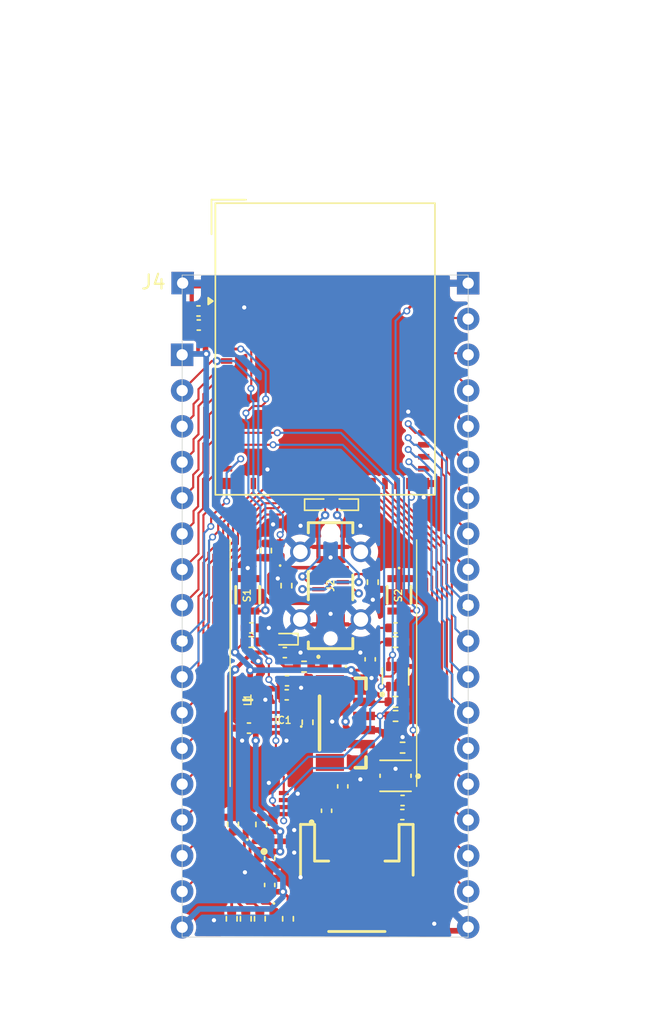
<source format=kicad_pcb>
(kicad_pcb (version 20241229) (generator "pcbnew") (generator_version "9.0")
  (layers (0 "F.Cu" signal) (2 "B.Cu" signal) (13 "F.Paste" user) (15 "B.Paste" user) (5 "F.SilkS" user "F.Silkscreen") (7 "B.SilkS" user "B.Silkscreen") (1 "F.Mask" user) (3 "B.Mask" user) (25 "Edge.Cuts" user))
  (net 0 "")
  (net 1 "GND")
  (net 2 "VSYS")
  (net 3 "IO34")
  (net 4 "VBAT")
  (net 5 "V_USB")
  (net 6 "IO36")
  (net 7 "IO35")
  (net 8 "BAT_ALRT")
  (net 9 "LED")
  (net 10 "Net-(D5-K)")
  (net 11 "IO37")
  (net 12 "Net-(D6-DIN)")
  (net 13 "3V3")
  (net 14 "Net-(IC1-PG)")
  (net 15 "Net-(IC2-ILIM{slash}VSET)")
  (net 16 "Net-(IC2-TS{slash}MR)")
  (net 17 "Net-(IC2-ISET)")
  (net 21 "Net-(J2-CC1)")
  (net 22 "Net-(J2-CC2)")
  (net 23 "Net-(D2-K)")
  (net 24 "Net-(D2-A)")
  (net 25 "Net-(D3-A)")
  (net 26 "Net-(D3-K)")
  (net 27 "Net-(IC2-~{CE})")
  (net 28 "SCL")
  (net 31 "Net-(D4-A)")
  (net 32 "SDA")
  (net 33 "D+")
  (net 34 "RGB")
  (net 36 "RX")
  (net 37 "TX")
  (net 38 "MTMS")
  (net 39 "MTDI")
  (net 40 "MTDO")
  (net 41 "MTCK")
  (net 44 "D-")
  (net 45 "Net-(S1-NO)")
  (net 46 "Net-(S2-NO)")
  (net 47 "Net-(IC1-SW)")
  (net 48 "IO7")
  (net 49 "IO14")
  (net 50 "IO17")
  (net 51 "IO3")
  (net 52 "IO18")
  (net 53 "IO10")
  (net 54 "IO13")
  (net 55 "IO4")
  (net 56 "IO12")
  (net 57 "IO6")
  (net 58 "IO11")
  (net 59 "IO5")
  (net 60 "IO15")
  (net 61 "IO16")
  (net 62 "IO33")
  (net 63 "IO26")
  (net 64 "IO21")
  (net 65 "IO45")
  (net 66 "IO46")
  (net 67 "IO38")
  (net 68 "IO47")
  (footprint "Capacitor_SMD:C_0402_1005Metric" (layer "F.Cu") (at 205.5 106)
    (property "Reference" "C11" (hide yes))
    (property "Value" "0u1F" (hide yes))
  )
  (footprint "PCM_SparkFun-Resistor:R_0402_1005Metric" (layer "F.Cu") (at 205 99 180)
    (property "Reference" "R14")
    (property "Value" "4k7")
  )
  (footprint "PCM_SparkFun-Resistor:R_0402_1005Metric" (layer "F.Cu") (at 195.46 107.7 90)
    (property "Reference" "R9")
    (property "Value" "2k2")
  )
  (footprint "PCM_SparkFun-Resistor:R_0402_1005Metric" (layer "F.Cu") (at 193.36 114.4 -90)
    (property "Reference" "TH1")
    (property "Value" "10k")
  )
  (footprint "Diode_SMD:D_SOD-923" (layer "F.Cu") (at 201.5 85 180)
    (property "Reference" "D7" (hide yes))
    (property "Value" "ESD9101P2T5G" (hide yes))
  )
  (footprint "Diode_SMD:D_SOD-923" (layer "F.Cu") (at 199.4 85)
    (property "Reference" "D8" (hide yes))
    (property "Value" "ESD9101P2T5G" (hide yes))
  )
  (footprint "ESP32:INDC1608X75N" (layer "F.Cu") (at 194.5 98.8625 90)
    (property "Reference" "L1")
    (property "Value" "TFM160808ALC-R47MTAA" (hide yes))
  )
  (footprint "Capacitor_SMD:C_0402_1005Metric" (layer "F.Cu") (at 196.06 112 90)
    (property "Reference" "C8" (hide yes))
    (property "Value" "1.0uF" (hide yes))
  )
  (footprint "Capacitor_SMD:C_0402_1005Metric" (layer "F.Cu") (at 205 93.75 180)
    (property "Reference" "C12" (hide yes))
    (property "Value" "0u1F")
  )
  (footprint "PCM_SparkFun-LED:WS2812_2020" (layer "F.Cu") (at 205 104.25)
    (property "Reference" "D6")
    (property "Value" "WS2812B")
  )
  (footprint "PCM_SparkFun-Capacitor:C_0402_1005Metric" (layer "F.Cu") (at 194.5875 100.8625 180)
    (property "Reference" "C5")
    (property "Value" "10uF")
  )
  (footprint "LED_SMD:LED_0402_1005Metric" (layer "F.Cu") (at 200.385 96.5 180)
    (property "Reference" "D4" (hide yes))
    (property "Value" "LED")
  )
  (footprint "PCM_SparkFun-Resistor:R_0402_1005Metric" (layer "F.Cu") (at 194.36 114.4 -90)
    (property "Reference" "R2")
    (property "Value" "18k")
  )
  (footprint "PCM_SparkFun-Resistor:R_0402_1005Metric" (layer "F.Cu") (at 203.385 90.5 -90)
    (property "Reference" "R4")
    (property "Value" "5k1")
  )
  (footprint "LED_SMD:LED_0402_1005Metric" (layer "F.Cu") (at 196.8 88.235 90)
    (property "Reference" "D5" (hide yes))
    (property "Value" "LED")
  )
  (footprint "PCM_SparkFun-Resistor:R_0402_1005Metric" (layer "F.Cu") (at 195.8 88.26 -90)
    (property "Reference" "R12")
    (property "Value" "2k2")
  )
  (footprint "ESP32:SON40P220X200X80-11N" (layer "F.Cu") (at 194.26 111.1 -90)
    (property "Reference" "IC2" (hide yes))
    (property "Value" "BQ25185DLHR" (hide yes))
  )
  (footprint "ESP32:Castellated_1x017_P2.54mm_D0.80mm" (layer "F.Cu") (at 189.84 94.68)
    (property "Reference" "J5")
    (property "Value" "Castellated_1x17")
  )
  (footprint "PCM_SparkFun-Resistor:R_0402_1005Metric" (layer "F.Cu") (at 195.36 114.4 -90)
    (property "Reference" "R3")
    (property "Value" "300")
  )
  (footprint "PCM_SparkFun-Resistor:R_0402_1005Metric" (layer "F.Cu") (at 194.75 94.75)
    (property "Reference" "R13")
    (property "Value" "10k")
  )
  (footprint "Capacitor_SMD:C_0402_1005Metric" (layer "F.Cu") (at 197.135 95.5)
    (property "Reference" "C9" (hide yes))
    (property "Value" "4u7F" (hide yes))
  )
  (footprint "PCM_SparkFun-Connector:JST_1x04_P1.0mm_Vertical_SMD" (layer "F.Cu") (at 201.25 100.5 90)
    (property "Reference" "J3")
    (property "Value" "Qwiic_Vertical")
  )
  (footprint "PCM_SparkFun-Capacitor:C_0402_1005Metric" (layer "F.Cu") (at 203.2 95.98 90)
    (property "Reference" "C14")
    (property "Value" "10nF")
  )
  (footprint "PCM_SparkFun-Semiconductor-Standard:DFN-8_2x2mm_P0.5mm_EP1.2x0.8mm" (layer "F.Cu") (at 198.05 106.22113 180)
    (property "Reference" "U3" (hide yes))
    (property "Value" "MAX17048" (hide yes))
  )
  (footprint "PCM_SparkFun-Resistor:R_0402_1005Metric" (layer "F.Cu") (at 205 100 180)
    (property "Reference" "R16")
    (property "Value" "4k7")
  )
  (footprint "PCM_SparkFun-Capacitor:C_0402_1005Metric" (layer "F.Cu") (at 200.1 106.73 -90)
    (property "Reference" "C15")
    (property "Value" "0.1uF")
  )
  (footprint "PCM_SparkFun-Resistor:R_0402_1005Metric" (layer "F.Cu") (at 197.25 90.75 90)
    (property "Reference" "R5")
    (property "Value" "5k1")
  )
  (footprint "Diode_SMD:D_SOD-923" (layer "F.Cu") (at 197.215 94.55 180)
    (property "Reference" "D1" (hide yes))
    (property "Value" "ESD9B5.0ST5G" (hide yes))
  )
  (footprint "Capacitor_SMD:C_0402_1005Metric" (layer "F.Cu") (at 201.25 105 90)
    (property "Reference" "C7" (hide yes))
    (property "Value" "1uF" (hide yes))
  )
  (footprint "PCM_SparkFun-Connector:JST_1x02_P2.0mm_Horizontal_SMD" (layer "F.Cu") (at 202.25 112.3 180)
    (property "Reference" "J1")
    (property "Value" "JST_2mm_LiPo")
  )
  (footprint "PCM_SparkFun-Capacitor:C_0402_1005Metric" (layer "F.Cu") (at 191.02 72.25 180)
    (property "Reference" "C4")
    (property "Value" "0.1uF")
  )
  (footprint "PCM_SparkFun-Resistor:R_0402_1005Metric" (layer "F.Cu") (at 198.75 100.45 -90)
    (property "Reference" "R1" (hide yes))
    (property "Value" "100k")
  )
  (footprint "ESP32:Castellated_1x019_P2.54mm_D0.80mm" (layer "F.Cu") (at 210.16 92.14)
    (property "Reference" "J6")
    (property "Value" "Castellated_1x19")
  )
  (footprint "LED_SMD:LED_0402_1005Metric" (layer "F.Cu") (at 196.36 114.4 -90)
    (property "Reference" "D3" (hide yes))
    (property "Value" "LED RED")
  )
  (footprint "Capacitor_SMD:C_0402_1005Metric" (layer "F.Cu") (at 196.06 110.1 -90)
    (property "Reference" "C6" (hide yes))
    (property "Value" "10uF")
  )
  (footprint "PCM_SparkFun-Capacitor:C_0402_1005Metric" (layer "F.Cu") (at 197.29 97.5)
    (property "Reference" "C1")
    (property "Value" "10uF")
  )
  (footprint "PCM_SparkFun-Resistor:R_0402_1005Metric" (layer "F.Cu") (at 197.36 114.4 90)
    (property "Reference" "R10")
    (property "Value" "2k2")
  )
  (footprint "PCM_SparkFun-Resistor:R_0402_1005Metric" (layer "F.Cu") (at 205.5 102.25 180)
    (property "Reference" "R15")
    (property "Value" "330")
  )
  (footprint "RF_Module:ESP32-S2-MINI-1" (layer "F.Cu") (at 200 73.95)
    (property "Reference" "U2" (hide yes))
    (property "Value" "ESP32-S3-MINI-1")
  )
  (footprint "PCM_SparkFun-Capacitor:C_0402_1005Metric" (layer "F.Cu") (at 205.48 107 180)
    (property "Reference" "C13")
    (property "Value" "4.7uF")
  )
  (footprint "ESP32:NANOT160AS" (layer "F.Cu") (at 194.5 91.4 -90)
    (property "Reference" "S1")
    (property "Value" "NANOT160AS" (hide yes))
  )
  (footprint "Capacitor_SMD:C_0402_1005Metric" (layer "F.Cu") (at 194.75 93.75)
    (property "Reference" "C10" (hide yes))
    (property "Value" "0u1F" (hide yes))
  )
  (footprint "PCM_SparkFun-Resistor:R_0402_1005Metric" (layer "F.Cu") (at 198.5 96.5)
    (property "Reference" "R11")
    (property "Value" "2k2")
  )
  (footprint "PCM_SparkFun-Semiconductor-Standard:SOT-563" (layer "F.Cu") (at 205 97.2 90)
    (property "Reference" "U4")
    (property "Value" "TMP102")
  )
  (footprint "PCM_SparkFun-Resistor:R_0402_1005Metric" (layer "F.Cu") (at 205 94.75)
    (property "Reference" "R17")
    (property "Value" "10k")
  )
  (footprint "ESP32:Castellated_1x01_P2.54mm_D0.80mm" (layer "F.Cu") (at 189.875 69.27)
    (property "Reference" "J4")
    (property "Value" "Castellated_1x01")
  )
  (footprint "PCM_SparkFun-Capacitor:C_0402_1005Metric" (layer "F.Cu") (at 191 71.25 180)
    (property "Reference" "C3")
    (property "Value" "22uF")
  )
  (footprint "PCM_SparkFun-Capacitor:C_0402_1005Metric" (layer "F.Cu") (at 197.27 98.5)
    (property "Reference" "C2")
    (property "Value" "10uF")
  )
  (footprint "ESP32:USB412003C" (layer "F.Cu") (at 200.385 90.75 90)
    (property "Reference" "J2")
    (property "Value" "USB4120-03-C" (hide yes))
  )
  (footprint "PCM_SparkFun-Resistor:R_0402_1005Metric" (layer "F.Cu") (at 193.46 107.7 90)
    (property "Reference" "R8")
    (property "Value" "100k")
  )
  (footprint "ESP32:NANOT160AS" (layer "F.Cu") (at 205.25 91.4 -90)
    (property "Reference" "S2")
    (property "Value" "NANOT160AS" (hide yes))
  )
  (footprint "ESP32:TPS6282533DMQR" (layer "F.Cu") (at 196.95 100.25 180)
    (property "Reference" "IC1")
    (property "Value" "TPS6282533DMQR" (hide yes))
  )
  (footprint "LED_SMD:LED_0402_1005Metric" (layer "F.Cu") (at 194.46 107.7 90)
    (property "Reference" "D2" (hide yes))
    (property "Value" "LED GRN" (hide yes))
  )
  (gr_line (start 206.5 87.5) (end 206.5 105) (stroke (width 0.1)) (layer "F.SilkS"))
  (gr_line (start 193.25 87.5) (end 193.25 105) (stroke (width 0.1)) (layer "F.SilkS"))
  (gr_line (start 210.16 115.7) (end 210.16 68.7) (stroke (width 0.05)) (layer "Edge.Cuts"))
  (gr_line (start 189.84 115.7) (end 189.84 68.7) (stroke (width 0.05)) (layer "Edge.Cuts"))
  (gr_line (start 210.16 68.7) (end 189.84 68.7) (stroke (width 0.05)) (layer "Edge.Cuts"))
  (gr_line (start 189.84 115.7) (end 210.16 115.7) (stroke (width 0.05)) (layer "Edge.Cuts"))
  (segment (start 205 97.5) (end 205.5 97) (width 0.15) (layer "F.Cu") (net 1))
  (segment (start 199.52 88) (end 198.585 88) (width 0.2) (layer "F.Cu") (net 1))
  (segment (start 198.438 105.47113) (end 198.05 105.85913) (width 0.2) (layer "F.Cu") (net 1))
  (segment (start 199.52 93.5) (end 198.585 93.5) (width 0.2) (layer "F.Cu") (net 1))
  (segment (start 193.883 111.1) (end 193.46 110.677) (width 0.2) (layer "F.Cu") (net 1))
  (segment (start 195.26 93.78) (end 195.23 93.75) (width 0.2) (layer "F.Cu") (net 1))
  (segment (start 194.3 111.1) (end 196.06 111.1) (width 0.5) (layer "F.Cu") (net 1))
  (segment (start 190.105 69.5) (end 189.875 69.27) (width 0.3) (layer "F.Cu") (net 1))
  (segment (start 206.25 82.75) (end 205.85 82.75) (width 0.15) (layer "F.Cu") (net 1))
  (segment (start 198.05 106.22113) (end 197.8 105.97113) (width 0.2) (layer "F.Cu") (net 1))
  (segment (start 193 69.5) (end 190.271 69.5) (width 0.3) (layer "F.Cu") (net 1))
  (segment (start 190.52 69.915) (end 189.991 69.386) (width 0.3) (layer "F.Cu") (net 1))
  (segment (start 197.75 98) (end 198.29 98) (width 0.4) (layer "F.Cu") (net 1))
  (segment (start 199.3 104.5) (end 199.32 104.52) (width 0.2) (layer "F.Cu") (net 1))
  (segment (start 201.25 104.52) (end 202.48 104.52) (width 0.2) (layer "F.Cu") (net 1))
  (segment (start 194.1075 100.8575) (end 193.5 100.25) (width 0.3) (layer "F.Cu") (net 1))
  (segment (start 200.1 108.1) (end 200 108.2) (width 0.2) (layer "F.Cu") (net 1))
  (segment (start 201.25 93.5) (end 202.185 93.5) (width 0.2) (layer "F.Cu") (net 1))
  (segment (start 199.32 104.52) (end 201.25 104.52) (width 0.2) (layer "F.Cu") (net 1))
  (segment (start 197.6 105.97113) (end 198.05 105.52113) (width 0.2) (layer "F.Cu") (net 1))
  (segment (start 194.5 90.25) (end 194.5 89.5) (width 0.4) (layer "F.Cu") (net 1))
  (segment (start 208 115.25) (end 209.709 115.25) (width 0.4) (layer "F.Cu") (net 1))
  (segment (start 208.3 69.5) (end 208.52 69.28) (width 0.4) (layer "F.Cu") (net 1))
  (segment (start 195.75 98.85) (end 195.7355 98.85) (width 0.2) (layer "F.Cu") (net 1))
  (segment (start 193.5 100.25) (end 193.5 99.1) (width 0.3) (layer "F.Cu") (net 1))
  (segment (start 202.48 104.52) (end 202.5 104.5) (width 0.2) (layer "F.Cu") (net 1))
  (segment (start 201.92 85.92) (end 202.5 86.5) (width 0.4) (layer "F.Cu") (net 1))
  (segment (start 194.26 111.1) (end 193.883 111.1) (width 0.2) (layer "F.Cu") (net 1))
  (segment (start 194.36 114.91) (end 193.36 114.91) (width 0.15) (layer "F.Cu") (net 1))
  (segment (start 198.65 108.1) (end 197.8 108.1) (width 0.2) (layer "F.Cu") (net 1))
  (segment (start 200 108.2) (end 198.75 108.2) (width 0.2) (layer "F.Cu") (net 1))
  (segment (start 207.75 114.75) (end 207.75 115) (width 0.4) (layer "F.Cu") (net 1))
  (segment (start 194.73 88.77) (end 195.8 88.77) (width 0.15) (layer "F.Cu") (net 1))
  (segment (start 204.52 93.75) (end 203.75 93.75) (width 0.15) (layer "F.Cu") (net 1))
  (segment (start 197.75 98) (end 197.75 97.52) (width 0.4) (layer "F.Cu") (net 1))
  (segment (start 207.75 115) (end 208 115.25) (width 0.4) (layer "F.Cu") (net 1))
  (segment (start 198.98 85.77) (end 198.25 86.5) (width 0.4) (layer "F.Cu") (net 1))
  (segment (start 190.52 71.25) (end 190.52 69.915) (width 0.3) (layer "F.Cu") (net 1))
  (segment (start 200.87 95.88) (end 201.25 95.5) (width 0.15) (layer "F.Cu") (net 1))
  (segment (start 193.46 110.677) (end 193.46 110) (width 0.2) (layer "F.Cu") (net 1))
  (segment (start 198.75 108.2) (end 198.65 108.1) (width 0.2) (layer "F.Cu") (net 1))
  (segment (start 196.06 111.1) (end 196.06 111.52) (width 0.4) (layer "F.Cu") (net 1))
  (segment (start 195.75 98.85) (end 193.75 98.85) (width 0.25) (layer "F.Cu") (net 1))
  (segment (start 192.1 114.5) (end 192.51 114.91) (width 0.15) (layer "F.Cu") (net 1))
  (segment (start 199.04 105.47113) (end 199.04 104.76) (width 0.2) (layer "F.Cu") (net 1))
  (segment (start 194.1075 100.8625) (end 194.1075 100.8575) (width 0.15) (layer "F.Cu") (net 1))
  (segment (start 202.185 88) (end 202.535 88.35) (width 0.2) (layer "F.Cu") (net 1))
  (segment (start 207 83.5) (end 206.25 82.75) (width 0.15) (layer "F.Cu") (net 1))
  (segment (start 203.385 91.01) (end 203.385 91.75) (width 0.2) (layer "F.Cu") (net 1))
  (segment (start 198.585 93.5) (end 198.235 93.15) (width 0.2) (layer "F.Cu") (net 1))
  (segment (start 194.5 89) (end 194.73 88.77) (width 0.15) (layer "F.Cu") (net 1))
  (segment (start 195.9 82.5) (end 194 82.5) (width 0.2) (layer "F.Cu") (net 1))
  (segment (start 207 69.5) (end 208.3 69.5) (width 0.4) (layer "F.Cu") (net 1))
  (segment (start 203.75 93.75) (end 202.5 95) (width 0.15) (layer "F.Cu") (net 1))
  (segment (start 199.04 104.76) (end 199.3 104.5) (width 0.2) (layer "F.Cu") (net 1))
  (segment (start 193.5 99.1) (end 193.75 98.85) (width 0.3) (layer "F.Cu") (net 1))
  (segment (start 205 97.9125) (end 205 97.5) (width 0.15) (layer "F.Cu") (net 1))
  (segment (start 197.06 105.97113) (end 197.6 105.97113) (width 0.2) (layer "F.Cu") (net 1))
  (segment (start 208.52 69.28) (end 209.959 69.28) (width 0.4) (layer "F.Cu") (net 1))
  (segment (start 199.04 107.71) (end 198.65 108.1) (width 0.2) (layer "F.Cu") (net 1))
  (segment (start 196.06 110.58) (end 196.06 111.1) (width 0.5) (layer "F.Cu") (net 1))
  (segment (start 192.51 114.91) (end 193.36 114.91) (width 0.15) (layer "F.Cu") (net 1))
  (segment (start 199.04 106.97113) (end 198.438 106.97113) (width 0.2) (layer "F.Cu") (net 1))
  (segment (start 209.709 115.25) (end 209.959 115) (width 0.4) (layer "F.Cu") (net 1))
  (segment (start 196 99.75) (end 196.5 99.75) (width 0.2) (layer "F.Cu") (net 1))
  (segment (start 201.92 85) (end 201.92 85.92) (width 0.4) (layer "F.Cu") (net 1))
  (segment (start 200.1 107.21) (end 200.1 108.1) (width 0.2) (layer "F.Cu") (net 1))
  (segment (start 198.05 106.22113) (end 198.017127 106.22113) (width 0.2) (layer "F.Cu") (net 1))
  (segment (start 198.05 106.58313) (end 198.05 106.22113) (width 0.2) (layer "F.Cu") (net 1))
  (segment (start 195.75 98.85) (end 195.75 99.5) (width 0.3) (layer "F.Cu") (net 1))
  (segment (start 198.585 88) (end 198.235 88.35) (width 0.2) (layer "F.Cu") (net 1))
  (segment (start 194 82.5) (end 193 83.5) (width 0.2) (layer "F.Cu") (net 1))
  (segment (start 197.75 98.5) (end 197.75 98) (width 0.4) (layer "F.Cu") (net 1))
  (segment (start 190.271 69.5) (end 190.041 69.27) (width 0.4) (layer "F.Cu") (net 1))
  (segment (start 189.991 69.386) (end 189.991 69.27) (width 0.3) (layer "F.Cu") (net 1))
  (segment (start 201.25 88) (end 202.185 88) (width 0.2) (layer "F.Cu") (net 1))
  (segment (start 202.5 95) (end 202.5 95.5) (width 0.15) (layer "F.Cu") (net 1))
  (segment (start 195.75 99.5) (end 196 99.75) (width 0.2) (layer "F.Cu") (net 1))
  (segment (start 200.87 96.5) (end 200.87 95.88) (width 0.15) (layer "F.Cu") (net 1))
  (segment (start 190.52 69.874) (end 189.916 69.27) (width 0.3) (layer "F.Cu") (net 1))
  (segment (start 196.635 90.24) (end 197.135 90.24) (width 0.4) (layer "F.Cu") (net 1))
  (segment (start 198.98 85) (end 198.98 85.77) (width 0.4) (layer "F.Cu") (net 1))
  (segment (start 199.04 106.97113) (end 199.04 107.71) (width 0.2) (layer "F.Cu") (net 1))
  (segment (start 195.36 114.91) (end 194.36 114.91) (width 0.15) (layer "F.Cu") (net 1))
  (segment (start 198.438 106.97113) (end 198.05 106.58313) (width 0.2) (layer "F.Cu") (net 1))
  (segment (start 194.5 89.5) (end 194.5 89) (width 0.15) (layer "F.Cu") (net 1))
  (segment (start 198.017127 106.22113) (end 197.81 106.014003) (width 0.2) (layer "F.Cu") (net 1))
  (segment (start 195.7355 98.85) (end 195.699 98.8135) (width 0.2) (layer "F.Cu") (net 1))
  (segment (start 199.04 105.47113) (end 198.438 105.47113) (width 0.2) (layer "F.Cu") (net 1))
  (segment (start 199.52 88) (end 201.25 88) (width 0.2) (layer "F.Cu") (net 1))
  (segment (start 198.05 105.85913) (end 198.05 106.22113) (width 0.2) (layer "F.Cu") (net 1))
  (segment (start 202.185 93.5) (end 202.535 93.15) (width 0.2) (layer "F.Cu") (net 1))
  (segment (start 194.26 111.1) (end 194.3 111.1) (width 0.5) (layer "F.Cu") (net 1))
  (segment (start 205.5 97) (end 205.5 96.4875) (width 0.15) (layer "F.Cu") (net 1))
  (segment (start 201.25 95.5) (end 202.5 95.5) (width 0.15) (layer "F.Cu") (net 1))
  (via (at 196.3 86.4) (size 0.5) (drill 0.3) (layers "F.Cu" "B.Cu") (net 1))
  (via (at 203.293413 97.306587) (size 0.6) (drill 0.3) (layers "F.Cu" "B.Cu") (net 1))
  (via (at 194.1 101.75) (size 0.6) (drill 0.3) (layers "F.Cu" "B.Cu") (net 1))
  (via (at 195.75 98.85) (size 0.6) (drill 0.3) (layers "F.Cu" "B.Cu") (net 1))
  (via (at 198.25 111.45) (size 0.6) (drill 0.3) (layers "F.Cu" "B.Cu") (net 1))
  (via (at 192.1 114.5) (size 0.6) (drill 0.3) (layers "F.Cu" "B.Cu") (net 1))
  (via (at 198.05 105.52113) (size 0.6) (drill 0.3) (layers "F.Cu" "B.Cu") (net 1))
  (via (at 207.75 114.75) (size 0.6) (drill 0.3) (layers "F.Cu" "B.Cu") (net 1))
  (via (at 194.25 71) (size 0.5) (drill 0.3) (layers "F.Cu" "B.Cu") (net 1))
  (via (at 198.25 95.5) (size 0.6) (drill 0.3) (layers "F.Cu" "B.Cu") (net 1))
  (via (at 196 93.75) (size 0.5) (drill 0.3) (layers "F.Cu" "B.Cu") (net 1))
  (via (at 195.9 82.5) (size 0.5) (drill 0.3) (layers "F.Cu" "B.Cu") (net 1))
  (via (at 197.8 108.1) (size 0.6) (drill 0.3) (layers "F.Cu" "B.Cu") (net 1))
  (via (at 200.5 100.4) (size 0.6) (drill 0.3) (layers "F.Cu" "B.Cu") (net 1))
  (via (at 202.5 86.5) (size 0.5) (drill 0.3) (layers "F.Cu" "B.Cu") (net 1))
  (via (at 202.5 95.5) (size 0.6) (drill 0.3) (layers "F.Cu" "B.Cu") (net 1))
  (via (at 197.8 109.7) (size 0.6) (drill 0.3) (layers "F.Cu" "B.Cu") (net 1))
  (via (at 203.385 91.75) (size 0.6) (drill 0.3) (layers "F.Cu" "B.Cu") (net 1))
  (via (at 198.29 98) (size 0.6) (drill 0.3) (layers "F.Cu" "B.Cu") (net 1))
  (via (at 196.635 90.24) (size 0.6) (drill 0.3) (layers "F.Cu" "B.Cu") (net 1))
  (via (at 195.25 96.1) (size 0.5) (drill 0.3) (layers "F.Cu" "B.Cu") (net 1))
  (via (at 194.3 111.1) (size 0.6) (drill 0.3) (layers "F.Cu" "B.Cu") (net 1))
  (via (at 196 104.75) (size 0.5) (drill 0.3) (layers "F.Cu" "B.Cu") (net 1))
  (via (at 205 103.75) (size 0.5) (drill 0.3) (layers "F.Cu" "B.Cu") (net 1))
  (via (at 207 84.475) (size 0.5) (drill 0.3) (layers "F.Cu" "B.Cu") (net 1))
  (via (at 202.5 104.5) (size 0.5) (drill 0.3) (layers "F.Cu" "B.Cu") (net 1))
  (via (at 200.385 88.75) (size 0.6) (drill 0.3) (layers "F.Cu" "B.Cu") (net 1))
  (via (at 200.385 92.75) (size 0.6) (drill 0.3) (layers "F.Cu" "B.Cu") (net 1))
  (via (at 197.25 101.75) (size 0.5) (drill 0.3) (layers "F.Cu" "B.Cu") (net 1))
  (via (at 194.5 89.5) (size 0.5) (drill 0.3) (layers "F.Cu" "B.Cu") (net 1))
  (via (at 198.25 86.5) (size 0.5) (drill 0.3) (layers "F.Cu" "B.Cu") (net 1))
  (via (at 205.9 78.4) (size 0.6) (drill 0.3) (layers "F.Cu" "B.Cu") (net 1))
  (via (at 205.5 101.5) (size 0.6) (drill 0.3) (layers "F.Cu" "B.Cu") (net 1))
  (segment (start 196.04 109.6) (end 196.06 109.62) (width 0.5) (layer "F.Cu") (net 2))
  (segment (start 195.44 109.62) (end 196.06 109.62) (width 0.2) (layer "F.Cu") (net 2))
  (segment (start 195.06 110) (end 195.44 109.62) (width 0.2) (layer "F.Cu") (net 2))
  (segment (start 198.75 100.96) (end 198.56 100.96) (width 0.2) (layer "F.Cu") (net 2))
  (segment (start 196.5 100.75) (end 197.6 100.75) (width 0.2) (layer "F.Cu") (net 2))
  (segment (start 195.47 108.2) (end 195.46 108.21) (width 0.4) (layer "F.Cu") (net 2))
  (segment (start 195.0675 101.75) (end 195.0675 100.8625) (width 0.4) (layer "F.Cu") (net 2))
  (segment (start 198.56 100.96) (end 198.35 100.75) (width 0.2) (layer "F.Cu") (net 2))
  (segment (start 196.8 108.2) (end 195.47 108.2) (width 0.4) (layer "F.Cu") (net 2))
  (segment (start 198.35 100.75) (end 197.6 100.75) (width 0.2) (layer "F.Cu") (net 2))
  (segment (start 195.95 100.75) (end 195.8375 100.8625) (width 0.4) (layer "F.Cu") (net 2))
  (segment (start 195.95 100.75) (end 196.5 100.75) (width 0.2) (layer "F.Cu") (net 2))
  (segment (start 195.8375 100.8625) (end 195.0675 100.8625) (width 0.4) (layer "F.Cu") (net 2))
  (segment (start 196.8 109.62) (end 196.06 109.62) (width 0.4) (layer "F.Cu") (net 2))
  (via (at 196.8 109.62) (size 0.6) (drill 0.3) (layers "F.Cu" "B.Cu") (net 2))
  (via (at 196.8 108.2) (size 0.6) (drill 0.3) (layers "F.Cu" "B.Cu") (net 2))
  (via (at 195.0675 101.75) (size 0.6) (drill 0.3) (layers "F.Cu" "B.Cu") (net 2))
  (segment (start 196.8 108.2) (end 195.0675 106.4675) (width 0.4) (layer "B.Cu") (net 2))
  (segment (start 196.8 108.2) (end 196.8 109.62) (width 0.4) (layer "B.Cu") (net 2))
  (segment (start 195.0675 106.4675) (end 195.0675 101.75) (width 0.4) (layer "B.Cu") (net 2))
  (segment (start 205.1 84.35) (end 208.624 87.874) (width 0.15) (layer "F.Cu") (net 3))
  (segment (start 208.624 87.874) (end 208.624 88.729306) (width 0.15) (layer "F.Cu") (net 3))
  (segment (start 209 101.175) (end 210.125 102.3) (width 0.15) (layer "F.Cu") (net 3))
  (segment (start 208.624 88.729306) (end 209 89.105306) (width 0.15) (layer "F.Cu") (net 3))
  (segment (start 205.1 83.5) (end 205.1 84.35) (width 0.15) (layer "F.Cu") (net 3))
  (segment (start 209 89.105306) (end 209 101.175) (width 0.15) (layer "F.Cu") (net 3))
  (segment (start 200 108.9) (end 200 108.81) (width 0.4) (layer "F.Cu") (net 4))
  (segment (start 201.05 107.7) (end 201.25 107.9) (width 0.2) (layer "F.Cu") (net 4))
  (segment (start 194.66 110) (end 194.66 109.214074) (width 0.2) (layer "F.Cu") (net 4))
  (segment (start 200.1 108.71) (end 201.14 108.71) (width 0.4) (layer "F.Cu") (net 4))
  (segment (start 201.23 108.58) (end 201.25 108.6) (width 0.4) (layer "F.Cu") (net 4))
  (segment (start 200 108.81) (end 200.1 108.71) (width 0.4) (layer "F.Cu") (net 4))
  (segment (start 194.66 109.214074) (end 194.974074 108.9) (width 0.2) (layer "F.Cu") (net 4))
  (segment (start 201.14 108.71) (end 201.25 108.6) (width 0.4) (layer "F.Cu") (net 4))
  (segment (start 200 108.9) (end 194.974074 108.9) (width 0.4) (layer "F.Cu") (net 4))
  (segment (start 201.03 107.68) (end 201.25 107.9) (width 0.4) (layer "F.Cu") (net 4))
  (segment (start 201.25 107.01113) (end 201.25 107.9) (width 0.2) (layer "F.Cu") (net 4))
  (segment (start 196.655 95.5) (end 194.8 95.5) (width 0.3) (layer "F.Cu") (net 5))
  (segment (start 197.36 113.89) (end 197.36 113.78) (width 0.2) (layer "F.Cu") (net 5))
  (segment (start 196.752 92.002) (end 196.754 92) (width 0.25) (layer "F.Cu") (net 5))
  (segment (start 201.25 89.5) (end 199.52 89.5) (width 0.25) (layer "F.Cu") (net 5))
  (segment (start 196.754 92) (end 198.798043 92) (width 0.25) (layer "F.Cu") (net 5))
  (segment (start 196.655 96.055) (end 196.655 95.5) (width 0.2) (layer "F.Cu") (net 5))
  (segment (start 198.798043 92) (end 198.800043 92.002) (width 0.25) (layer "F.Cu") (net 5))
  (segment (start 197.99 96.5) (end 197.1 96.5) (width 0.2) (layer "F.Cu") (net 5))
  (segment (start 196 91.25) (end 196.752 92.002) (width 0.25) (layer "F.Cu") (net 5))
  (segment (start 194.8 95.5) (end 193.6 96.7) (width 0.3) (layer "F.Cu") (net 5))
  (segment (start 196.655 92.099) (end 196.655 95) (width 0.3) (layer "F.Cu") (net 5))
  (segment (start 196.674 94.481) (end 196.655 94.5) (width 0.2) (layer "F.Cu") (net 5))
  (segment (start 197.36 113.89) (end 197.36 112.84) (width 0.2) (layer "F.Cu") (net 5))
  (segment (start 196.752 92.002) (end 196.655 92.099) (width 0.3) (layer "F.Cu") (net 5))
  (segment (start 197 112.48) (end 196.06 112.48) (width 0.4) (layer "F.Cu") (net 5))
  (segment (start 196 89.989702) (end 196 91.25) (width 0.25) (layer "F.Cu") (net 5))
  (segment (start 196.655 94.5) (end 196.655 95.5) (width 0.3) (layer "F.Cu") (net 5))
  (segment (start 199.52 92) (end 201.25 92) (width 0.2) (layer "F.Cu") (net 5))
  (segment (start 199.52 89.5) (end 199.494 89.474) (width 0.25) (layer "F.Cu") (net 5))
  (segment (start 196.776 94.481) (end 196.674 94.481) (width 0.2) (layer "F.Cu") (net 5))
  (segment (start 197.36 112.84) (end 197 112.48) (width 0.2) (layer "F.Cu") (net 5))
  (segment (start 198.802043 92) (end 199.52 92) (width 0.25) (layer "F.Cu") (net 5))
  (segment (start 195.06 112.2) (end 195.78 112.2) (width 0.2) (layer "F.Cu") (net 5))
  (segment (start 196.515702 89.474) (end 196 89.989702) (width 0.25) (layer "F.Cu") (net 5))
  (segment (start 195.78 112.2) (end 196.06 112.48) (width 0.2) (layer "F.Cu") (net 5))
  (segment (start 197.1 96.5) (end 196.655 96.055) (width 0.2) (layer "F.Cu") (net 5))
  (segment (start 199.494 89.474) (end 196.515702 89.474) (width 0.25) (layer "F.Cu") (net 5))
  (segment (start 196.795 94.5) (end 196.776 94.481) (width 0.2) (layer "F.Cu") (net 5))
  (segment (start 198.800043 92.002) (end 198.802043 92) (width 0.2) (layer "F.Cu") (net 5))
  (via (at 197 112.48) (size 0.6) (drill 0.3) (layers "F.Cu" "B.Cu") (net 5))
  (via (at 193.6 96.7) (size 0.6) (drill 0.3) (layers "F.Cu" "B.Cu") (net 5))
  (segment (start 197 112.48) (end 197 112.84) (width 0.4) (layer "B.Cu") (net 5))
  (segment (start 189.951 114.799) (end 189.875 114.799) (width 0.4) (layer "B.Cu") (net 5))
  (segment (start 197 112.84) (end 196.14 113.7) (width 0.4) (layer "B.Cu") (net 5))
  (segment (start 191.05 113.7) (end 189.951 114.799) (width 0.4) (layer "B.Cu") (net 5))
  (segment (start 193.25 97.05) (end 193.6 96.7) (width 0.4) (layer "B.Cu") (net 5))
  (segment (start 197 111.45) (end 193.25 107.7) (width 0.4) (layer "B.Cu") (net 5))
  (segment (start 193.25 107.7) (end 193.25 97.05) (width 0.4) (layer "B.Cu") (net 5))
  (segment (start 197 112.48) (end 197 111.45) (width 0.4) (layer "B.Cu") (net 5))
  (segment (start 196.14 113.7) (end 191.05 113.7) (width 0.4) (layer "B.Cu") (net 5))
  (segment (start 207 81.6) (end 206.418177 81.6) (width 0.15) (layer "F.Cu") (net 6))
  (segment (start 206.418177 81.6) (end 205.899488 81.081311) (width 0.15) (layer "F.Cu") (net 6))
  (via (at 205.9 81.081823) (size 0.5) (drill 0.3) (layers "F.Cu" "B.Cu") (net 6))
  (segment (start 207.898 82.898) (end 207.898 90.905777) (width 0.15) (layer "B.Cu") (net 6))
  (segment (start 208.899 96.149) (end 209.97 97.22) (width 0.15) (layer "B.Cu") (net 6))
  (segment (start 208.649 91.656777) (end 208.649 93) (width 0.15) (layer "B.Cu") (net 6))
  (segment (start 208 91.007778) (end 208.649 91.656777) (width 0.15) (layer "B.Cu") (net 6))
  (segment (start 207.898 90.905777) (end 208 91.007778) (width 0.15) (layer "B.Cu") (net 6))
  (segment (start 206.6 81.6) (end 207.898 82.898) (width 0.15) (layer "B.Cu") (net 6))
  (segment (start 209.97 97.22) (end 210.125 97.22) (width 0.15) (layer "B.Cu") (net 6))
  (segment (start 208.899 93.25) (end 208.899 96.149) (width 0.15) (layer "B.Cu") (net 6))
  (segment (start 205.899488 81.081311) (end 206.418177 81.6) (width 0.15) (layer "B.Cu") (net 6))
  (segment (start 206.418177 81.6) (end 206.6 81.6) (width 0.15) (layer "B.Cu") (net 6))
  (segment (start 208.649 93) (end 208.899 93.25) (width 0.15) (layer "B.Cu") (net 6))
  (segment (start 205.947135 81.954671) (end 205.99427 82.001806) (width 0.15) (layer "F.Cu") (net 7))
  (segment (start 206.95 82.5) (end 207 82.45) (width 0.15) (layer "F.Cu") (net 7))
  (segment (start 205.998194 82.001806) (end 206.496389 82.5) (width 0.15) (layer "F.Cu") (net 7))
  (segment (start 206.496389 82.5) (end 206.95 82.5) (width 0.15) (layer "F.Cu") (net 7))
  (segment (start 205.99427 82.001806) (end 205.998194 82.001806) (width 0.15) (layer "F.Cu") (net 7))
  (via (at 205.947135 81.954671) (size 0.5) (drill 0.3) (layers "F.Cu" "B.Cu") (net 7))
  (segment (start 208.5 96.516) (end 208.5 93.347389) (width 0.15) (layer "B.Cu") (net 7))
  (segment (start 207.546999 91.051164) (end 207.547 90.75) (width 0.15) (layer "B.Cu") (net 7))
  (segment (start 208.298 93.145389) (end 208.298 91.802166) (width 0.15) (layer "B.Cu") (net 7))
  (segment (start 207.547 90.75) (end 207.547 83.047) (width 0.15) (layer "B.Cu") (net 7))
  (segment (start 208.298 91.802166) (end 207.546999 91.051164) (width 0.15) (layer "B.Cu") (net 7))
  (segment (start 209.0325 98.6675) (end 209.0325 97.0485) (width 0.15) (layer "B.Cu") (net 7))
  (segment (start 207.547 83.047) (end 207 82.5) (width 0.15) (layer "B.Cu") (net 7))
  (segment (start 208.5 93.347389) (end 208.298 93.145389) (width 0.15) (layer "B.Cu") (net 7))
  (segment (start 206.492464 82.5) (end 205.947135 81.954671) (width 0.15) (layer "B.Cu") (net 7))
  (segment (start 207 82.5) (end 206.492464 82.5) (width 0.15) (layer "B.Cu") (net 7))
  (segment (start 210.125 99.76) (end 209.0325 98.6675) (width 0.15) (layer "B.Cu") (net 7))
  (segment (start 209.0325 97.0485) (end 208.5 96.516) (width 0.15) (layer "B.Cu") (net 7))
  (segment (start 196.5 103.75) (end 197.06 104.31) (width 0.15) (layer "F.Cu") (net 8))
  (segment (start 195.5 78) (end 195.75 77.75) (width 0.15) (layer "F.Cu") (net 8))
  (segment (start 195.75 77.525) (end 195.775 77.5) (width 0.15) (layer "F.Cu") (net 8))
  (segment (start 196.5 101.75) (end 196.5 103.75) (width 0.15) (layer "F.Cu") (net 8))
  (segment (start 193 73.95) (end 194 73.95) (width 0.2) (layer "F.Cu") (net 8))
  (segment (start 194.374 78.5) (end 194.874 78) (width 0.15) (layer "F.Cu") (net 8))
  (segment (start 195.75 77.75) (end 195.75 77.525) (width 0.15) (layer "F.Cu") (net 8))
  (segment (start 194.874 78) (end 195.5 78) (width 0.15) (layer "F.Cu") (net 8))
  (segment (start 197.06 104.31) (end 197.06 105.47113) (width 0.15) (layer "F.Cu") (net 8))
  (segment (start 196 97.4125) (end 196 96.1) (width 0.15) (layer "F.Cu") (net 8))
  (via (at 196 96.1) (size 0.5) (drill 0.3) (layers "F.Cu" "B.Cu") (net 8))
  (via (at 196.5 101.75) (size 0.5) (drill 0.3) (layers "F.Cu" "B.Cu") (net 8))
  (via (at 194.374 78.5) (size 0.5) (drill 0.3) (layers "F.Cu" "B.Cu") (net 8))
  (via (at 195.775 77.5) (size 0.5) (drill 0.3) (layers "F.Cu" "B.Cu") (net 8))
  (via (at 196 97.4125) (size 0.5) (drill 0.3) (layers "F.Cu" "B.Cu") (net 8))
  (via (at 194 73.95) (size 0.5) (drill 0.3) (layers "F.Cu" "B.Cu") (net 8))
  (segment (start 195.775 75.525) (end 195.775 77.5) (width 0.15) (layer "B.Cu") (net 8))
  (segment (start 195.399 85.145388) (end 194.548 84.294388) (width 0.15) (layer "B.Cu") (net 8))
  (segment (start 194.548 79.173) (end 194.374 78.999) (width 0.15) (layer "B.Cu") (net 8))
  (segment (start 196 96.1) (end 196 96) (width 0.15) (layer "B.Cu") (net 8))
  (segment (start 194 73.95) (end 194.05 74) (width 0.15) (layer "B.Cu") (net 8))
  (segment (start 195 92.435412) (end 195.399 92.036412) (width 0.15) (layer "B.Cu") (net 8))
  (segment (start 196 97.5) (end 196 97.4125) (width 0.15) (layer "B.Cu") (net 8))
  (segment (start 194.05 74) (end 194.25 74) (width 0.15) (layer "B.Cu") (net 8))
  (segment (start 194.548 84.294388) (end 194.548 79.173) (width 0.15) (layer "B.Cu") (net 8))
  (segment (start 194.25 74) (end 195.775 75.525) (width 0.15) (layer "B.Cu") (net 8))
  (segment (start 196.5 98) (end 196 97.5) (width 0.15) (layer "B.Cu") (net 8))
  (segment (start 194.374 78.999) (end 194.374 78.5) (width 0.15) (layer "B.Cu") (net 8))
  (segment (start 196 96) (end 195 95) (width 0.15) (layer "B.Cu") (net 8))
  (segment (start 195.399 92.036412) (end 195.399 85.145388) (width 0.15) (layer "B.Cu") (net 8))
  (segment (start 195 95) (end 195 92.435412) (width 0.15) (layer "B.Cu") (net 8))
  (segment (start 196.5 101.75) (end 196.5 98) (width 0.15) (layer "B.Cu") (net 8))
  (segment (start 191.953612 74.8) (end 189.875 76.878612) (width 0.15) (layer "F.Cu") (net 9))
  (segment (start 196.8 87.915) (end 196.8 87.125641) (width 0.15) (layer "F.Cu") (net 9))
  (segment (start 193 74.8) (end 192.3 74.8) (width 0.2) (layer "F.Cu") (net 9))
  (segment (start 192.3 74.8) (end 192.25 74.75) (width 0.2) (layer "F.Cu") (net 9))
  (segment (start 192.3 74.8) (end 191.953612 74.8) (width 0.15) (layer "F.Cu") (net 9))
  (segment (start 189.875 76.878612) (end 189.875 76.9) (width 0.15) (layer "F.Cu") (net 9))
  (via (at 196.8 87.125641) (size 0.5) (drill 0.3) (layers "F.Cu" "B.Cu") (net 9))
  (via (at 192.3 74.8) (size 0.6) (drill 0.3) (layers "F.Cu" "B.Cu") (net 9))
  (segment (start 197 85.75) (end 195.25 84) (width 0.15) (layer "B.Cu") (net 9))
  (segment (start 192.3 74.8) (end 192.25 74.75) (width 0.2) (layer "B.Cu") (net 9))
  (segment (start 196.8 87.125641) (end 197 86.925641) (width 0.15) (layer "B.Cu") (net 9))
  (segment (start 195.25 76.5) (end 193.55 74.8) (width 0.15) (layer "B.Cu") (net 9))
  (segment (start 195.25 84) (end 195.25 76.5) (width 0.15) (layer "B.Cu") (net 9))
  (segment (start 193.55 74.8) (end 192.3 74.8) (width 0.15) (layer "B.Cu") (net 9))
  (segment (start 197 86.925641) (end 197 85.75) (width 0.15) (layer "B.Cu") (net 9))
  (segment (start 196.77 88.72) (end 195.8 87.75) (width 0.15) (layer "F.Cu") (net 10))
  (segment (start 196.8 88.885) (end 196.795 88.885) (width 0.15) (layer "F.Cu") (net 10))
  (segment (start 196.8 88.72) (end 196.77 88.72) (width 0.15) (layer "F.Cu") (net 10))
  (segment (start 205.943192 80.382552) (end 206.31064 80.75) (width 0.15) (layer "F.Cu") (net 11))
  (segment (start 206.31064 80.75) (end 207 80.75) (width 0.15) (layer "F.Cu") (net 11))
  (via (at 205.9 80.25) (size 0.5) (drill 0.3) (layers "F.Cu" "B.Cu") (net 11))
  (segment (start 206.5 80.75) (end 208.249 82.499) (width 0.15) (layer "B.Cu") (net 11))
  (segment (start 209 91.511389) (end 209 92.75) (width 0.15) (layer "B.Cu") (net 11))
  (segment (start 209.25 93.805) (end 210.125 94.68) (width 0.15) (layer "B.Cu") (net 11))
  (segment (start 209 92.75) (end 209.25 93) (width 0.15) (layer "B.Cu") (net 11))
  (segment (start 206.31064 80.75) (end 206.5 80.75) (width 0.15) (layer "B.Cu") (net 11))
  (segment (start 209.25 93) (end 209.25 93.805) (width 0.15) (layer "B.Cu") (net 11))
  (segment (start 208.249 82.499) (end 208.249 90.760389) (width 0.15) (layer "B.Cu") (net 11))
  (segment (start 208.249 90.760389) (end 209 91.511389) (width 0.15) (layer "B.Cu") (net 11))
  (segment (start 205.943192 80.382552) (end 206.31064 80.75) (width 0.15) (layer "B.Cu") (net 11))
  (segment (start 204.085 103.7) (end 204.085 103.155) (width 0.15) (layer "F.Cu") (net 12))
  (segment (start 204.75 103) (end 204.99 102.76) (width 0.15) (layer "F.Cu") (net 12))
  (segment (start 204.99 102.76) (end 204.99 102.25) (width 0.15) (layer "F.Cu") (net 12))
  (segment (start 204.085 103.155) (end 204.24 103) (width 0.15) (layer "F.Cu") (net 12))
  (segment (start 204.24 103) (end 204.75 103) (width 0.15) (layer "F.Cu") (net 12))
  (segment (start 203.25 103.25) (end 203.25 104.5) (width 0.4) (layer "F.Cu") (net 13))
  (segment (start 202.98 96.75) (end 203.25 96.48) (width 0.2) (layer "F.Cu") (net 13))
  (segment (start 192.98 72.23) (end 193 72.25) (width 0.4) (layer "F.Cu") (net 13))
  (segment (start 204.495 100.755) (end 205.2475 100.755) (width 0.15) (layer "F.Cu") (net 13))
  (segment (start 201.45 100.75) (end 201.7 101) (width 0.4) (layer "F.Cu") (net 13))
  (segment (start 203.836 95.964) (end 203.836 94.914) (width 0.15) (layer "F.Cu") (net 13))
  (segment (start 191.5 71.27) (end 191.48 71.25) (width 0.4) (layer "F.Cu") (net 13))
  (segment (start 194.675 96.75) (end 194.675 97.725) (width 0.4) (layer "F.Cu") (net 13))
  (segment (start 201.45 100.4) (end 201.45 100.75) (width 0.4) (layer "F.Cu") (net 13))
  (segment (start 204.085 105.335) (end 204.75 106) (width 0.4) (layer "F.Cu") (net 13))
  (segment (start 191.5 72.25) (end 191.5 71.27) (width 0.4) (layer "F.Cu") (net 13))
  (segment (start 205 96.876848) (end 205 96.4875) (width 0.15) (layer "F.Cu") (net 13))
  (segment (start 191.5 74.251) (end 191.5 72.25) (width 0.4) (layer "F.Cu") (net 13))
  (segment (start 194.5 97.9) (end 194.5 98.0625) (width 0.4) (layer "F.Cu") (net 13))
  (segment (start 196.79 98.96) (end 196.79 98.79) (width 0.2) (layer "F.Cu") (net 13))
  (segment (start 197.44 99.25) (end 197.08 99.25) (width 0.2) (layer "F.Cu") (net 13))
  (segment (start 203.25 96.48) (end 203.32 96.48) (width 0.15) (layer "F.Cu") (net 13))
  (segment (start 203.28 96.48) (end 204 97.2) (width 0.15) (layer "F.Cu") (net 13))
  (segment (start 203.819 101) (end 204.25 101.431) (width 0.4) (layer "F.Cu") (net 13))
  (segment (start 196.79 98.5) (end 196.7275 98.4375) (width 0.4) (layer "F.Cu") (net 13))
  (segment (start 204 94.75) (end 204.49 94.75) (width 0.15) (layer "F.Cu") (net 13))
  (segment (start 203.55 104.8) (end 204.085 104.8) (width 0.4) (layer "F.Cu") (net 13))
  (segment (start 205 106.02) (end 205.02 106) (width 0.3) (layer "F.Cu") (net 13))
  (segment (start 204.085 104.8) (end 204.085 105.335) (width 0.4) (layer "F.Cu") (net 13))
  (segment (start 205.51 100.4925) (end 205.51 100) (width 0.15) (layer "F.Cu") (net 13))
  (segment (start 193 72.25) (end 191.5 72.25) (width 0.4) (layer "F.Cu") (net 13))
  (segment (start 204.25 102.25) (end 203.25 103.25) (width 0.4) (layer "F.Cu") (net 13))
  (segment (start 197.6 99.75) (end 197.6 99.41) (width 0.2) (layer "F.Cu") (net 13))
  (segment (start 204.495 100.755) (end 204.25 101) (width 0.15) (layer "F.Cu") (net 13))
  (segment (start 205.51 100) (end 205.51 99) (width 0.15) (layer "F.Cu") (net 13))
  (segment (start 203.25 104.5) (end 203.55 104.8) (width 0.4) (layer "F.Cu") (net 13))
  (segment (start 204.676848 97.2) (end 205 96.876848) (width 0.15) (layer "F.Cu") (net 13))
  (segment (start 205 107) (end 205 106.02) (width 0.4) (layer "F.Cu") (net 13))
  (segment (start 203.32 96.48) (end 203.836 95.964) (width 0.15) (layer "F.Cu") (net 13))
  (segment (start 201.85 96.75) (end 202.98 96.75) (width 0.2) (layer "F.Cu") (net 13))
  (segment (start 193.6 95.475) (end 193.6 95.39) (width 0.15) (layer "F.Cu") (net 13))
  (segment (start 196.96 97.52) (end 196.98 97.5) (width 0.4) (layer "F.Cu") (net 13))
  (segment (start 197.6 99.41) (end 197.44 99.25) (width 0.2) (layer "F.Cu") (net 13))
  (segment (start 196.7275 98.0625) (end 194.5 98.0625) (width 0.4) (layer "F.Cu") (net 13))
  (segment (start 193.6 95.39) (end 194.24 94.75) (width 0.15) (layer "F.Cu") (net 13))
  (segment (start 196.79 98) (end 196.7275 98.0625) (width 0.4) (layer "F.Cu") (net 13))
  (segment (start 197.08 99.25) (end 196.79 98.96) (width 0.2) (layer "F.Cu") (net 13))
  (segment (start 204.25 101.431) (end 204.25 102.25) (width 0.4) (layer "F.Cu") (net 13))
  (segment (start 205.2475 100.755) (end 205.51 100.4925) (width 0.15) (layer "F.Cu") (net 13))
  (segment (start 203.836 94.914) (end 204 94.75) (width 0.15) (layer "F.Cu") (net 13))
  (segment (start 204.75 106) (end 205.02 106) (width 0.4) (layer "F.Cu") (net 13))
  (segment (start 201.7 101) (end 202.761 101) (width 0.4) (layer "F.Cu") (net 13))
  (segment (start 202.761 101) (end 203.819 101) (width 0.4) (layer "F.Cu") (net 13))
  (segment (start 204.25 101) (end 203.819 101) (width 0.15) (layer "F.Cu") (net 13))
  (segment (start 204 97.2) (end 204.676848 97.2) (width 0.15) (layer "F.Cu") (net 13))
  (segment (start 203.25 96.48) (end 203.28 96.48) (width 0.15) (layer "F.Cu") (net 13))
  (segment (start 196.79 98) (end 196.79 97.52) (width 0.4) (layer "F.Cu") (net 13))
  (segment (start 194.675 97.725) (end 194.5 97.9) (width 0.4) (layer "F.Cu") (net 13))
  (segment (start 196.79 98.79) (end 196.75 98.75) (width 0.2) (layer "F.Cu") (net 13))
  (segment (start 191.549 74.3) (end 191.5 74.251) (width 0.4) (layer "F.Cu") (net 13))
  (segment (start 196.79 98) (end 196.79 98.5) (width 0.4) (layer "F.Cu") (net 13))
  (via (at 201.45 100.4) (size 0.6) (drill 0.3) (layers "F.Cu" "B.Cu") (net 13))
  (via (at 201.85 96.75) (size 0.6) (drill 0.3) (layers "F.Cu" "B.Cu") (net 13))
  (via (at 193.6 95.475) (size 0.6) (drill 0.3) (layers "F.Cu" "B.Cu") (net 13))
  (via (at 194.675 96.75) (size 0.6) (drill 0.3) (layers "F.Cu" "B.Cu") (net 13))
  (via (at 191.549 74.3) (size 0.6) (drill 0.3) (layers "F.Cu" "B.Cu") (net 13))
  (segment (start 193.6 87.35) (end 193.6 95.475) (width 0.4) (layer "B.Cu") (net 13))
  (segment (start 191.549 74.3) (end 191.549 85.299) (width 0.4) (layer "B.Cu") (net 13))
  (segment (start 194.675 96.55) (end 193.6 95.475) (width 0.4) (layer "B.Cu") (net 13))
  (segment (start 194.675 96.625) (end 194.675 96.75) (width 0.4) (layer "B.Cu") (net 13))
  (segment (start 191.549 85.299) (end 193.6 87.35) (width 0.4) (layer "B.Cu") (net 13))
  (segment (start 189.935 74.3) (end 189.875 74.36) (width 0.4) (layer "B.Cu") (net 13))
  (segment (start 201.85 96.75) (end 194.8 96.75) (width 0.4) (layer "B.Cu") (net 13))
  (segment (start 202.5 97.4) (end 202.5 98.9) (width 0.4) (layer "B.Cu") (net 13))
  (segment (start 201.85 96.75) (end 202.5 97.4) (width 0.4) (layer "B.Cu") (net 13))
  (segment (start 202.5 98.9) (end 201.45 99.95) (width 0.4) (layer "B.Cu") (net 13))
  (segment (start 201.45 99.95) (end 201.45 100.4) (width 0.4) (layer "B.Cu") (net 13))
  (segment (start 194.675 96.75) (end 194.675 96.55) (width 0.4) (layer "B.Cu") (net 13))
  (segment (start 194.8 96.75) (end 194.675 96.625) (width 0.4) (layer "B.Cu") (net 13))
  (segment (start 191.549 74.3) (end 189.935 74.3) (width 0.4) (layer "B.Cu") (net 13))
  (segment (start 198.75 99.94) (end 198.44 100.25) (width 0.2) (layer "F.Cu") (net 14))
  (segment (start 198.44 100.25) (end 197.6 100.25) (width 0.2) (layer "F.Cu") (net 14))
  (segment (start 194.36 113.8) (end 193.86 113.3) (width 0.2) (layer "F.Cu") (net 15))
  (segment (start 193.86 113.3) (end 193.86 112.2) (width 0.2) (layer "F.Cu") (net 15))
  (segment (start 193.36 112.8) (end 193.46 112.7) (width 0.2) (layer "F.Cu") (net 16))
  (segment (start 193.36 113.89) (end 193.36 112.8) (width 0.2) (layer "F.Cu") (net 16))
  (segment (start 193.46 112.7) (end 193.46 112.2) (width 0.2) (layer "F.Cu") (net 16))
  (segment (start 195.36 113.7) (end 195.36 113.89) (width 0.2) (layer "F.Cu") (net 17))
  (segment (start 194.26 112.2) (end 194.26 113.1) (width 0.2) (layer "F.Cu") (net 17))
  (segment (start 194.96 113.3) (end 195.36 113.7) (width 0.2) (layer "F.Cu") (net 17))
  (segment (start 194.26 113.1) (end 194.46 113.3) (width 0.2) (layer "F.Cu") (net 17))
  (segment (start 194.46 113.3) (end 194.96 113.3) (width 0.2) (layer "F.Cu") (net 17))
  (segment (start 199.52 91.5) (end 198.699588 91.5) (width 0.15) (layer "F.Cu") (net 21))
  (segment (start 197.830412 91.26) (end 197.25 91.26) (width 0.15) (layer "F.Cu") (net 21))
  (segment (start 198.699588 91.5) (end 198.623588 91.576) (width 0.15) (layer "F.Cu") (net 21))
  (segment (start 198.146412 91.576) (end 197.830412 91.26) (width 0.15) (layer "F.Cu") (net 21))
  (segment (start 198.623588 91.576) (end 198.146412 91.576) (width 0.15) (layer "F.Cu") (net 21))
  (segment (start 202.74 89.99) (end 203.385 89.99) (width 0.15) (layer "F.Cu") (net 22))
  (segment (start 202.070412 90) (end 202.146412 89.924) (width 0.15) (layer "F.Cu") (net 22))
  (segment (start 202.146412 89.924) (end 202.623588 89.924) (width 0.15) (layer "F.Cu") (net 22))
  (segment (start 202.73 90) (end 202.74 89.99) (width 0.15) (layer "F.Cu") (net 22))
  (segment (start 202.699588 90) (end 202.73 90) (width 0.15) (layer "F.Cu") (net 22))
  (segment (start 202.623588 89.924) (end 202.699588 90) (width 0.15) (layer "F.Cu") (net 22))
  (segment (start 201.25 90) (end 202.070412 90) (width 0.15) (layer "F.Cu") (net 22))
  (segment (start 194.26 109) (end 194.46 108.8) (width 0.2) (layer "F.Cu") (net 23))
  (segment (start 194.46 108.8) (end 194.46 108.185) (width 0.2) (layer "F.Cu") (net 23))
  (segment (start 194.26 110) (end 194.26 109) (width 0.2) (layer "F.Cu") (net 23))
  (segment (start 195.435 107.215) (end 195.46 107.19) (width 0.2) (layer "F.Cu") (net 24))
  (segment (start 194.46 107.215) (end 195.435 107.215) (width 0.2) (layer "F.Cu") (net 24))
  (segment (start 197.335 114.885) (end 197.36 114.91) (width 0.2) (layer "F.Cu") (net 25))
  (segment (start 196.36 114.885) (end 197.335 114.885) (width 0.2) (layer "F.Cu") (net 25))
  (segment (start 195.96 113.3) (end 196.06 113.3) (width 0.2) (layer "F.Cu") (net 26))
  (segment (start 196.36 113.6) (end 196.06 113.3) (width 0.2) (layer "F.Cu") (net 26))
  (segment (start 194.76 112.9) (end 195.16 112.9) (width 0.2) (layer "F.Cu") (net 26))
  (segment (start 194.66 112.2) (end 194.66 112.8) (width 0.2) (layer "F.Cu") (net 26))
  (segment (start 195.16 112.9) (end 195.56 113.3) (width 0.2) (layer "F.Cu") (net 26))
  (segment (start 196.36 113.915) (end 196.36 113.6) (width 0.2) (layer "F.Cu") (net 26))
  (segment (start 194.66 112.8) (end 194.76 112.9) (width 0.2) (layer "F.Cu") (net 26))
  (segment (start 195.56 113.3) (end 195.96 113.3) (width 0.2) (layer "F.Cu") (net 26))
  (segment (start 193.46 109.01) (end 193.46 108.21) (width 0.2) (layer "F.Cu") (net 27))
  (segment (start 193.86 109.41) (end 193.46 109.01) (width 0.2) (layer "F.Cu") (net 27))
  (segment (start 193.86 110) (end 193.86 109.41) (width 0.2) (layer "F.Cu") (net 27))
  (segment (start 196.259998 106.259998) (end 196.259998 106.001619) (width 0.15) (layer "F.Cu") (net 28))
  (segment (start 196.47113 106.47113) (end 196.259998 106.259998) (width 0.15) (layer "F.Cu") (net 28))
  (segment (start 204.5 97.9125) (end 203.986 97.9125) (width 0.15) (layer "F.Cu") (net 28))
  (segment (start 204.49 99) (end 204.5 98.99) (width 0.2) (layer "F.Cu") (net 28))
  (segment (start 193 80.75) (end 196.3 80.75) (width 0.15) (layer "F.Cu") (net 28))
  (segment (start 204.5 98.99) (end 204.5 97.9125) (width 0.15) (layer "F.Cu") (net 28))
  (segment (start 203.9 99) (end 204.49 99) (width 0.15) (layer "F.Cu") (net 28))
  (segment (start 203.011 99) (end 203.9 99) (width 0.15) (layer "F.Cu") (net 28))
  (segment (start 196.47113 106.47113) (end 197.06 106.47113) (width 0.15) (layer "F.Cu") (net 28))
  (segment (start 203.986 97.8) (end 204.086 97.9) (width 0.2) (layer "F.Cu") (net 28))
  (via (at 196.3 80.75) (size 0.5) (drill 0.3) (layers "F.Cu" "B.Cu") (net 28))
  (via (at 203.986 97.9125) (size 0.5) (drill 0.3) (layers "F.Cu" "B.Cu") (net 28))
  (via (at 196.259998 106.001619) (size 0.5) (drill 0.3) (layers "F.Cu" "B.Cu") (net 28))
  (segment (start 201.25 80.75) (end 204.187255 83.687255) (width 0.15) (layer "B.Cu") (net 28))
  (segment (start 204.187255 83.687255) (end 204.187255 97.112745) (width 0.15) (layer "B.Cu") (net 28))
  (segment (start 196.3 80.75) (end 201.25 80.75) (width 0.15) (layer "B.Cu") (net 28))
  (segment (start 204 97.3) (end 204.187255 97.112745) (width 0.15) (layer "B.Cu") (net 28))
  (segment (start 196.259998 105.440002) (end 198.8 102.9) (width 0.15) (layer "B.Cu") (net 28))
  (segment (start 204 97.786) (end 204 97.3) (width 0.15) (layer "B.Cu") (net 28))
  (segment (start 196.259998 106.001619) (end 196.259998 105.440002) (width 0.15) (layer "B.Cu") (net 28))
  (segment (start 201.3 102.9) (end 203.2 101) (width 0.15) (layer "B.Cu") (net 28))
  (segment (start 203.2 101) (end 203.2 99.5) (width 0.15) (layer "B.Cu") (net 28))
  (segment (start 196.35 80.8) (end 196.3 80.75) (width 0.15) (layer "B.Cu") (net 28))
  (segment (start 203.986 97.8) (end 204 97.786) (width 0.2) (layer "B.Cu") (net 28))
  (segment (start 198.8 102.9) (end 201.3 102.9) (width 0.15) (layer "B.Cu") (net 28))
  (segment (start 203.986 98.714) (end 203.986 97.9125) (width 0.15) (layer "B.Cu") (net 28))
  (segment (start 203.2 99.5) (end 203.986 98.714) (width 0.15) (layer "B.Cu") (net 28))
  (segment (start 199.9 96.5) (end 199.01 96.5) (width 0.15) (layer "F.Cu") (net 31))
  (segment (start 203.011 100) (end 203.9 100) (width 0.15) (layer "F.Cu") (net 32))
  (segment (start 204.5 96.4875) (end 204.5 95.951459) (width 0.15) (layer "F.Cu") (net 32))
  (segment (start 196.6 79.9) (end 193 79.9) (width 0.15) (layer "F.Cu") (net 32))
  (segment (start 197.052983 106.978147) (end 197.06 106.97113) (width 0.15) (layer "F.Cu") (net 32))
  (segment (start 197.052983 107.441051) (end 197.052983 106.978147) (width 0.15) (layer "F.Cu") (net 32))
  (segment (start 203.9 100) (end 204.49 100) (width 0.15) (layer "F.Cu") (net 32))
  (segment (start 204.5 95.951459) (end 204.788255 95.663204) (width 0.15) (layer "F.Cu") (net 32))
  (via (at 197.052983 107.441051) (size 0.5) (drill 0.3) (layers "F.Cu" "B.Cu") (net 32))
  (via (at 196.6 79.9) (size 0.5) (drill 0.3) (layers "F.Cu" "B.Cu") (net 32))
  (via (at 204.788255 95.663204) (size 0.5) (drill 0.3) (layers "F.Cu" "B.Cu") (net 32))
  (via (at 203.9 100) (size 0.5) (drill 0.3) (layers "F.Cu" "B.Cu") (net 32))
  (segment (start 197.052983 105.703559) (end 197.052983 107.441051) (width 0.15) (layer "B.Cu") (net 32))
  (segment (start 199.056542 103.7) (end 197.052983 105.703559) (width 0.15) (layer "B.Cu") (net 32))
  (segment (start 199.1 103.7) (end 199.056542 103.7) (width 0.15) (layer "B.Cu") (net 32))
  (segment (start 203.9 101.4) (end 201.6 103.7) (width 0.15) (layer "B.Cu") (net 32))
  (segment (start 203.9 100) (end 203.9 101.4) (width 0.15) (layer "B.Cu") (net 32))
  (segment (start 201.11645 79.9) (end 204.8 83.58355) (width 0.15) (layer "B.Cu") (net 32))
  (segment (start 201.6 103.7) (end 199.1 103.7) (width 0.15) (layer "B.Cu") (net 32))
  (segment (start 197.052983 107.441051) (end 197.1 107.394034) (width 0.15) (layer "B.Cu") (net 32))
  (segment (start 204.8 95.651459) (end 204.8 95.5) (width 0.2) (layer "B.Cu") (net 32))
  (segment (start 204.8 99.1) (end 204.8 95.5) (width 0.15) (layer "B.Cu") (net 32))
  (segment (start 204.8 83.58355) (end 204.8 95.5) (width 0.15) (layer "B.Cu") (net 32))
  (segment (start 203.9 100) (end 204.8 99.1) (width 0.15) (layer "B.Cu") (net 32))
  (segment (start 204.788255 95.663204) (end 204.8 95.651459) (width 0.2) (layer "B.Cu") (net 32))
  (segment (start 196.6 79.9) (end 201.11645 79.9) (width 0.15) (layer "B.Cu") (net 32))
  (segment (start 201.25 90.5) (end 202.385 90.5) (width 0.15) (layer "F.Cu") (net 33))
  (segment (start 199.52 91) (end 198.385 91) (width 0.15) (layer "F.Cu") (net 33))
  (segment (start 200.85 85.9) (end 200.85 83.5) (width 0.15) (layer "F.Cu") (net 33))
  (via (at 202.385 90.5) (size 0.6) (drill 0.3) (layers "F.Cu" "B.Cu") (net 33))
  (via (at 200.85 85.75) (size 0.6) (drill 0.3) (layers "F.Cu" "B.Cu") (net 33))
  (via (at 198.385 91) (size 0.6) (drill 0.3) (layers "F.Cu" "B.Cu") (net 33))
  (segment (start 201.181 88.681) (end 201.181 86.081) (width 0.15) (layer "B.Cu") (net 33))
  (segment (start 202.385 90.5) (end 202.385 89.885) (width 0.15) (layer "B.Cu") (net 33))
  (segment (start 202.385 89.885) (end 201.181 88.681) (width 0.15) (layer "B.Cu") (net 33))
  (segment (start 200.5 90.5) (end 202.385 90.5) (width 0.2) (layer "B.Cu") (net 33))
  (segment (start 200 91) (end 200.5 90.5) (width 0.2) (layer "B.Cu") (net 33))
  (segment (start 201.181 86.081) (end 200.85 85.75) (width 0.15) (layer "B.Cu") (net 33))
  (segment (start 198.385 91) (end 200 91) (width 0.2) (layer "B.Cu") (net 33))
  (segment (start 206.049972 101.799971) (end 206.25 101.599943) (width 0.15) (layer "F.Cu") (net 34))
  (segment (start 205.95 84.21) (end 205.95 83.5) (width 0.15) (layer "F.Cu") (net 34))
  (segment (start 206.01 101.839943) (end 206.049972 101.799971) (width 0.2) (layer "F.Cu") (net 34))
  (segment (start 205.99 83.54) (end 205.95 83.5) (width 0.2) (layer "F.Cu") (net 34))
  (segment (start 206.25 101.5) (end 206.25 101) (width 0.15) (layer "F.Cu") (net 34))
  (segment (start 206.24 84.5) (end 205.95 84.21) (width 0.15) (layer "F.Cu") (net 34))
  (segment (start 206.25 101.599943) (end 206.25 101.5) (width 0.2) (layer "F.Cu") (net 34))
  (segment (start 206.01 102.25) (end 206.01 101.839943) (width 0.15) (layer "F.Cu") (net 34))
  (via (at 206.125 84.475) (size 0.5) (drill 0.3) (layers "F.Cu" "B.Cu") (net 34))
  (via (at 206.25 101) (size 0.5) (drill 0.3) (layers "F.Cu" "B.Cu") (net 34))
  (segment (start 206.25 93.493877) (end 207.026 92.717877) (width 0.15) (layer "B.Cu") (net 34))
  (segment (start 205.951 84.649) (end 206.125 84.475) (width 0.15) (layer "B.Cu") (net 34))
  (segment (start 207 92.25) (end 205.951 91.201) (width 0.15) (layer "B.Cu") (net 34))
  (segment (start 207.026 92.717877) (end 207.026 92.282123) (width 0.15) (layer "B.Cu") (net 34))
  (segment (start 206.25 101) (end 206.25 93.493877) (width 0.15) (layer "B.Cu") (net 34))
  (segment (start 205.951 91.201) (end 205.951 84.649) (width 0.15) (layer "B.Cu") (net 34))
  (segment (start 206.125 84.475) (end 206.125 84.605) (width 0.15) (layer "B.Cu") (net 34))
  (segment (start 207.026 92.282123) (end 207 92.256123) (width 0.15) (layer "B.Cu") (net 34))
  (segment (start 207 92.256123) (end 207 92.25) (width 0.15) (layer "B.Cu") (net 34))
  (segment (start 206.2 84.4) (end 206.125 84.475) (width 0.2) (layer "B.Cu") (net 34))
  (segment (start 210.125 76.9) (end 210.125 76.625) (width 0.15) (layer "F.Cu") (net 36))
  (segment (start 210.125 76.625) (end 209.5 76) (width 0.15) (layer "F.Cu") (net 36))
  (segment (start 208.8 74.8) (end 207 74.8) (width 0.15) (layer "F.Cu") (net 36))
  (segment (start 209.5 76) (end 209.5 75.5) (width 0.15) (layer "F.Cu") (net 36))
  (segment (start 209.5 75.5) (end 208.8 74.8) (width 0.15) (layer "F.Cu") (net 36))
  (segment (start 209.5 78.815) (end 209.5 77.796694) (width 0.15) (layer "F.Cu") (net 37))
  (segment (start 209.049 77.345694) (end 209.049 77.299) (width 0.15) (layer "F.Cu") (net 37))
  (segment (start 208.3829 75.65) (end 207 75.65) (width 0.15) (layer "F.Cu") (net 37))
  (segment (start 209 77.25) (end 209 76.2671) (width 0.15) (layer "F.Cu") (net 37))
  (segment (start 209.049 77.299) (end 209 77.25) (width 0.15) (layer "F.Cu") (net 37))
  (segment (start 210.125 79.44) (end 209.5 78.815) (width 0.15) (layer "F.Cu") (net 37))
  (segment (start 209.5 77.796694) (end 209.049 77.345694) (width 0.15) (layer "F.Cu") (net 37))
  (segment (start 209 76.2671) (end 208.3829 75.65) (width 0.15) (layer "F.Cu") (net 37))
  (segment (start 209 77.996388) (end 209 80) (width 0.15) (layer "F.Cu") (net 38))
  (segment (start 207 76.5) (end 208.25 76.5) (width 0.15) (layer "F.Cu") (net 38))
  (segment (start 208.25 76.5) (end 208.649 76.899) (width 0.15) (layer "F.Cu") (net 38))
  (segment (start 209.583326 81.583326) (end 209.728326 81.583326) (width 0.15) (layer "F.Cu") (net 38))
  (segment (start 209.351 80.372674) (end 209.351 81.351) (width 0.15) (layer "F.Cu") (net 38))
  (segment (start 209.728326 81.583326) (end 210.125 81.98) (width 0.15) (layer "F.Cu") (net 38))
  (segment (start 209.25 80.271673) (end 209.351 80.372674) (width 0.15) (layer "F.Cu") (net 38))
  (segment (start 208.649 77.645389) (end 209 77.996388) (width 0.15) (layer "F.Cu") (net 38))
  (segment (start 209.25 80.25) (end 209.25 80.271673) (width 0.15) (layer "F.Cu") (net 38))
  (segment (start 209 80) (end 209.25 80.25) (width 0.15) (layer "F.Cu") (net 38))
  (segment (start 208.649 76.899) (end 208.649 77.645389) (width 0.15) (layer "F.Cu") (net 38))
  (segment (start 209.351 81.351) (end 209.583326 81.583326) (width 0.15) (layer "F.Cu") (net 38))
  (segment (start 207 77.35) (end 207.85 77.35) (width 0.15) (layer "F.Cu") (net 39))
  (segment (start 209 80.518062) (end 209 82.5) (width 0.15) (layer "F.Cu") (net 39))
  (segment (start 209.5 83) (end 209.5 83.895) (width 0.15) (layer "F.Cu") (net 39))
  (segment (start 207.85 77.35) (end 208.290779 77.790779) (width 0.15) (layer "F.Cu") (net 39))
  (segment (start 209.5 83.895) (end 210.125 84.52) (width 0.15) (layer "F.Cu") (net 39))
  (segment (start 208.290779 77.790779) (end 208.298 77.790779) (width 0.15) (layer "F.Cu") (net 39))
  (segment (start 208.649 78.141779) (end 208.649 80.167062) (width 0.15) (layer "F.Cu") (net 39))
  (segment (start 208.298 77.790779) (end 208.649 78.141779) (width 0.15) (layer "F.Cu") (net 39))
  (segment (start 208.649 80.167062) (end 209 80.518062) (width 0.15) (layer "F.Cu") (net 39))
  (segment (start 209 82.5) (end 209.5 83) (width 0.15) (layer "F.Cu") (net 39))
  (segment (start 209 82.996388) (end 208.649 82.645389) (width 0.15) (layer "F.Cu") (net 40))
  (segment (start 207.3 78.5) (end 207 78.2) (width 0.15) (layer "F.Cu") (net 40))
  (segment (start 208 78.5) (end 207.3 78.5) (width 0.15) (layer "F.Cu") (net 40))
  (segment (start 210.125 87.06) (end 209.75 86.685) (width 0.15) (layer "F.Cu") (net 40))
  (segment (start 208.649 80.663451) (end 208.298 80.312452) (width 0.15) (layer "F.Cu") (net 40))
  (segment (start 209 85.75) (end 209 82.996388) (width 0.15) (layer "F.Cu") (net 40))
  (segment (start 208.298 80.312452) (end 208.298 78.798) (width 0.15) (layer "F.Cu") (net 40))
  (segment (start 208.298 78.798) (end 208 78.5) (width 0.15) (layer "F.Cu") (net 40))
  (segment (start 208.649 82.645389) (end 208.649 80.663451) (width 0.15) (layer "F.Cu") (net 40))
  (segment (start 209.75 86.5) (end 209 85.75) (width 0.15) (layer "F.Cu") (net 40))
  (segment (start 209.75 86.685) (end 209.75 86.5) (width 0.15) (layer "F.Cu") (net 40))
  (segment (start 209 88.475) (end 210.125 89.6) (width 0.15) (layer "F.Cu") (net 41))
  (segment (start 208.5 82.992779) (end 208.5 87) (width 0.15) (layer "F.Cu") (net 41))
  (segment (start 207.947 80.457842) (end 208.298 80.808842) (width 0.15) (layer "F.Cu") (net 41))
  (segment (start 208.298 80.808842) (end 208.298 82.790779) (width 0.15) (layer "F.Cu") (net 41))
  (segment (start 207 79.05) (end 207.747 79.05) (width 0.15) (layer "F.Cu") (net 41))
  (segment (start 209 87.5) (end 209 88.475) (width 0.15) (layer "F.Cu") (net 41))
  (segment (start 207.747 79.05) (end 207.947 79.25) (width 0.15) (layer "F.Cu") (net 41))
  (segment (start 208.5 87) (end 209 87.5) (width 0.15) (layer "F.Cu") (net 41))
  (segment (start 207.947 79.25) (end 207.947 80.457842) (width 0.15) (layer "F.Cu") (net 41))
  (segment (start 208.298 82.790779) (end 208.5 82.992779) (width 0.15) (layer "F.Cu") (net 41))
  (segment (start 198.785 90.5) (end 198.385 90.1) (width 0.15) (layer "F.Cu") (net 44))
  (segment (start 202.035057 91) (end 202.335057 91.3) (width 0.15) (layer "F.Cu") (net 44))
  (segment (start 202.385 91.300003) (end 202.185003 91.300003) (width 0.2) (layer "F.Cu") (net 44))
  (segment (start 202.335057 91.3) (end 202.385 91.3) (width 0.2) (layer "F.Cu") (net 44))
  (segment (start 199.52 90.5) (end 200 90.5) (width 0.15) (layer "F.Cu") (net 44))
  (segment (start 201.25 91) (end 202.035057 91) (width 0.15) (layer "F.Cu") (net 44))
  (segment (start 199.52 90.5) (end 198.785 90.5) (width 0.15) (layer "F.Cu") (net 44))
  (segment (start 200.5 91) (end 201.25 91) (width 0.15) (layer "F.Cu") (net 44))
  (segment (start 200 85.75) (end 200 83.5) (width 0.15) (layer "F.Cu") (net 44))
  (segment (start 200 90.5) (end 200.5 91) (width 0.15) (layer "F.Cu") (net 44))
  (via (at 202.385 91.3) (size 0.6) (drill 0.3) (layers "F.Cu" "B.Cu") (net 44))
  (via (at 200 85.75) (size 0.6) (drill 0.3) (layers "F.Cu" "B.Cu") (net 44))
  (via (at 198.385 90.1) (size 0.6) (drill 0.3) (layers "F.Cu" "B.Cu") (net 44))
  (segment (start 199.589 86.161) (end 200 85.75) (width 0.15) (layer "B.Cu") (net 44))
  (segment (start 199.589 88.796) (end 199.589 86.161) (width 0.15) (layer "B.Cu") (net 44))
  (segment (start 198.385 90) (end 199.589 88.796) (width 0.15) (layer "B.Cu") (net 44))
  (segment (start 198.385 90.1) (end 198.385 90) (width 0.2) (layer "B.Cu") (net 44))
  (segment (start 195.26 94.74) (end 194.27 93.75) (width 0.15) (layer "F.Cu") (net 45))
  (segment (start 193 73.1) (end 192.8 73.1) (width 0.2) (layer "F.Cu") (net 45))
  (segment (start 195.7 92.55) (end 195.75 92.5) (width 0.2) (layer "F.Cu") (net 45))
  (segment (start 194.75 76.725) (end 194.75 73.5) (width 0.15) (layer "F.Cu") (net 45))
  (segment (start 194.725 76.75) (end 194.75 76.725) (width 0.15) (layer "F.Cu") (net 45))
  (segment (start 194.35 73.1) (end 193.9 73.1) (width 0.15) (layer "F.Cu") (net 45))
  (segment (start 194.5 93.02) (end 194.27 93.25) (width 0.15) (layer "F.Cu") (net 45))
  (segment (start 195.26 94.75) (end 195.26 94.74) (width 0.15) (layer "F.Cu") (net 45))
  (segment (start 194.5 92.55) (end 195.7 92.55) (width 0.2) (layer "F.Cu") (net 45))
  (segment (start 193 73.1) (end 193.9 73.1) (width 0.15) (layer "F.Cu") (net 45))
  (segment (start 194.5 93.02) (end 194.5 92.55) (width 0.15) (layer "F.Cu") (net 45))
  (segment (start 194.27 93.25) (end 194.27 93.75) (width 0.15) (layer "F.Cu") (net 45))
  (segment (start 194.75 73.5) (end 194.35 73.1) (width 0.15) (layer "F.Cu") (net 45))
  (via (at 195.75 92.5) (size 0.6) (drill 0.3) (layers "F.Cu" "B.Cu") (net 45))
  (via (at 194.725 76.75) (size 0.5) (drill 0.3) (layers "F.Cu" "B.Cu") (net 45))
  (segment (start 194.899 77.649) (end 194.899 84.149) (width 0.15) (layer "B.Cu") (net 45))
  (segment (start 194.899 84.149) (end 195.75 85) (width 0.15) (layer "B.Cu") (net 45))
  (segment (start 194.725 76.75) (end 194.725 77.475) (width 0.15) (layer "B.Cu") (net 45))
  (segment (start 194.725 77.475) (end 194.899 77.649) (width 0.15) (layer "B.Cu") (net 45))
  (segment (start 195.75 85) (end 195.75 92.5) (width 0.15) (layer "B.Cu") (net 45))
  (segment (start 205.51 94.75) (end 205.51 93.78) (width 0.15) (layer "F.Cu") (net 46))
  (segment (start 205.25 93) (end 205.48 93.23) (width 0.15) (layer "F.Cu") (net 46))
  (segment (start 206.45 92.55) (end 206.5 92.5) (width 0.2) (layer "F.Cu") (net 46))
  (segment (start 205.25 92.55) (end 206.45 92.55) (width 0.2) (layer "F.Cu") (net 46))
  (segment (start 206.45 70.55) (end 207 70.55) (width 0.2) (layer "F.Cu") (net 46))
  (segment (start 205.48 93.23) (end 205.48 93.75) (width 0.15) (layer "F.Cu") (net 46))
  (segment (start 205.51 93.78) (end 205.48 93.75) (width 0.2) (layer "F.Cu") (net 46))
  (segment (start 205.75 71.25) (end 206.45 70.55) (width 0.2) (layer "F.Cu") (net 46))
  (segment (start 205.25 92.55) (end 205.25 93) (width 0.15) (layer "F.Cu") (net 46))
  (via (at 205.8 71.25) (size 0.5) (drill 0.3) (layers "F.Cu" "B.Cu") (net 46))
  (via (at 206.5 92.5) (size 0.5) (drill 0.3) (layers "F.Cu" "B.Cu") (net 46))
  (segment (start 206.5 92.4) (end 205.6 91.5) (width 0.15) (layer "B.Cu") (net 46))
  (segment (start 205.75 71.351) (end 205.8 71.301) (width 0.2) (layer "B.Cu") (net 46))
  (segment (start 205.6 83.1) (end 205 82.5) (width 0.15) (layer "B.Cu") (net 46))
  (segment (start 205 71.951) (end 205.6 71.351) (width 0.15) (layer "B.Cu") (net 46))
  (segment (start 205 82.5) (end 205 71.951) (width 0.15) (layer "B.Cu") (net 46))
  (segment (start 206.5 92.5) (end 206.5 92.4) (width 0.15) (layer "B.Cu") (net 46))
  (segment (start 205.75 71.25) (end 205.801 71.301) (width 0.2) (layer "B.Cu") (net 46))
  (segment (start 205.6 91.5) (end 205.6 83.1) (width 0.15) (layer "B.Cu") (net 46))
  (segment (start 194.94647 99.6625) (end 195.504485 100.220515) (width 0.4) (layer "F.Cu") (net 47))
  (segment (start 196.5 100.25) (end 195.475 100.25) (width 0.2) (layer "F.Cu") (net 47))
  (segment (start 194.5 99.6625) (end 194.94647 99.6625) (width 0.4) (layer "F.Cu") (net 47))
  (segment (start 191 85.596388) (end 191.327 85.269388) (width 0.15) (layer "F.Cu") (net 48))
  (segment (start 191.399 83.093777) (end 191.702 82.790776) (width 0.15) (layer "F.Cu") (net 48))
  (segment (start 189.875 89.6) (end 191 88.475) (width 0.15) (layer "F.Cu") (net 48))
  (segment (start 192.103 80.397) (end 192.103 79.4387) (width 0.15) (layer "F.Cu") (net 48))
  (segment (start 191.327 83.176612) (end 191.399 83.104611) (width 0.15) (layer "F.Cu") (net 48))
  (segment (start 192.103 79.4387) (end 192.4917 79.05) (width 0.15) (layer "F.Cu") (net 48))
  (segment (start 191.702 82.790776) (end 191.702 80.798) (width 0.15) (layer "F.Cu") (net 48))
  (segment (start 191 88.475) (end 191 85.596388) (width 0.15) (layer "F.Cu") (net 48))
  (segment (start 192.4917 79.05) (end 193 79.05) (width 0.15) (layer "F.Cu") (net 48))
  (segment (start 191.327 85.269388) (end 191.327 83.176612) (width 0.15) (layer "F.Cu") (net 48))
  (segment (start 191.702 80.798) (end 192.103 80.397) (width 0.15) (layer "F.Cu") (net 48))
  (segment (start 191.399 83.104611) (end 191.399 83.093777) (width 0.15) (layer "F.Cu") (net 48))
  (segment (start 193.104 86.388776) (end 193.392775 86.100001) (width 0.15) (layer "F.Cu") (net 49))
  (segment (start 195.376 84.124) (end 195.75 83.75) (width 0.15) (layer "F.Cu") (net 49))
  (segment (start 195.75 83.75) (end 195.75 83.5) (width 0.15) (layer "F.Cu") (net 49))
  (segment (start 191.351 98.899) (end 191.351 91.656777) (width 0.15) (layer "F.Cu") (net 49))
  (segment (start 191 99.249998) (end 191.351 98.899) (width 0.15) (layer "F.Cu") (net 49))
  (segment (start 192.053 88.543388) (end 193.104 87.492388) (width 0.15) (layer "F.Cu") (net 49))
  (segment (start 193.392775 86.100001) (end 193.4 86.100001) (width 0.15) (layer "F.Cu") (net 49))
  (segment (start 193.104 87.492388) (end 193.104 86.388776) (width 0.15) (layer "F.Cu") (net 49))
  (segment (start 189.875 102.3) (end 191 101.175) (width 0.15) (layer "F.Cu") (net 49))
  (segment (start 191 101.175) (end 191 99.249998) (width 0.15) (layer "F.Cu") (net 49))
  (segment (start 195.376 84.149) (end 195.376 84.124) (width 0.15) (layer "F.Cu") (net 49))
  (segment (start 192.053 88.911167) (end 192.053 88.543388) (width 0.15) (layer "F.Cu") (net 49))
  (segment (start 195.351001 84.149) (end 195.376 84.149) (width 0.15) (layer "F.Cu") (net 49))
  (segment (start 193.4 86.100001) (end 195.351001 84.149) (width 0.15) (layer "F.Cu") (net 49))
  (segment (start 191.702 89.262165) (end 192.053 88.911167) (width 0.15) (layer "F.Cu") (net 49))
  (segment (start 191.702 91.305779) (end 191.702 89.262165) (width 0.15) (layer "F.Cu") (net 49))
  (segment (start 191.351 91.656777) (end 191.702 91.305779) (width 0.15) (layer "F.Cu") (net 49))
  (segment (start 194.157 87.928556) (end 194.157 86.843) (width 0.15) (layer "F.Cu") (net 50))
  (segment (start 191.653 105.746) (end 191.653 102.145388) (width 0.15) (layer "F.Cu") (net 50))
  (segment (start 191.1 106.651389) (end 191.101 106.650388) (width 0.15) (layer "F.Cu") (net 50))
  (segment (start 192.404 99.342388) (end 192.404 92.092944) (width 0.15) (layer "F.Cu") (net 50))
  (segment (start 194.157 86.843) (end 195.748999 85.251001) (width 0.15) (layer "F.Cu") (net 50))
  (segment (start 198.3 84) (end 198.3 83.5) (width 0.15) (layer "F.Cu") (net 50))
  (segment (start 193.106 88.979554) (end 194.157 87.928556) (width 0.15) (layer "F.Cu") (net 50))
  (segment (start 192.755 91.741948) (end 192.755 89.698334) (width 0.15) (layer "F.Cu") (net 50))
  (segment (start 195.748999 85.251) (end 196.645389 85.251) (width 0.15) (layer "F.Cu") (net 50))
  (segment (start 191.653 102.145388) (end 192.053 101.745388) (width 0.15) (layer "F.Cu") (net 50))
  (segment (start 192.053 99.693388) (end 192.404 99.342388) (width 0.15) (layer "F.Cu") (net 50))
  (segment (start 192.053 101.745388) (end 192.053 99.693388) (width 0.15) (layer "F.Cu") (net 50))
  (segment (start 189.875 109.92) (end 189.88 109.92) (width 0.15) (layer "F.Cu") (net 50))
  (segment (start 192.755 89.698334) (end 193.105999 89.347338) (width 0.15) (layer "F.Cu") (net 50))
  (segment (start 189.88 109.92) (end 191.1 108.7) (width 0.15) (layer "F.Cu") (net 50))
  (segment (start 191.101 106.650388) (end 191.101 106.298) (width 0.15) (layer "F.Cu") (net 50))
  (segment (start 195.748999 85.251001) (end 195.748999 85.251) (width 0.15) (layer "F.Cu") (net 50))
  (segment (start 192.404 92.092944) (end 192.755 91.741948) (width 0.15) (layer "F.Cu") (net 50))
  (segment (start 197.8 84.5) (end 198.3 84) (width 0.15) (layer "F.Cu") (net 50))
  (segment (start 191.101 106.298) (end 191.653 105.746) (width 0.15) (layer "F.Cu") (net 50))
  (segment (start 193.105999 89.347338) (end 193.106 88.979554) (width 0.15) (layer "F.Cu") (net 50))
  (segment (start 191.1 108.7) (end 191.1 106.651389) (width 0.15) (layer "F.Cu") (net 50))
  (segment (start 197.396388 84.5) (end 197.8 84.5) (width 0.15) (layer "F.Cu") (net 50))
  (segment (start 196.645389 85.251) (end 197.396388 84.5) (width 0.15) (layer "F.Cu") (net 50))
  (segment (start 192.15 75.65) (end 193 75.65) (width 0.15) (layer "F.Cu") (net 51))
  (segment (start 191 77.503612) (end 191 76.8) (width 0.15) (layer "F.Cu") (net 51))
  (segment (start 191 76.8) (end 192.15 75.65) (width 0.15) (layer "F.Cu") (net 51))
  (segment (start 190.649 78.666) (end 190.649 77.854612) (width 0.15) (layer "F.Cu") (net 51))
  (segment (start 190.649 77.854612) (end 191 77.503612) (width 0.15) (layer "F.Cu") (net 51))
  (segment (start 189.875 79.44) (end 190.649 78.666) (width 0.15) (layer "F.Cu") (net 51))
  (segment (start 191.1 109.196388) (end 191.1 111.235) (width 0.15) (layer "F.Cu") (net 52))
  (segment (start 198.651 84.345388) (end 198.096388 84.9) (width 0.15) (layer "F.Cu") (net 52))
  (segment (start 192.404 99.838776) (end 192.404 101.890776) (width 0.15) (layer "F.Cu") (net 52))
  (segment (start 194.800387 86.696001) (end 194.508 86.988389) (width 0.15) (layer "F.Cu") (net 52))
  (segment (start 193.106 92.049) (end 192.755 92.4) (width 0.15) (layer "F.Cu") (net 52))
  (segment (start 196.840779 85.702) (end 195.794389 85.702) (width 0.15) (layer "F.Cu") (net 52))
  (segment (start 194.508 88.073946) (end 193.457 89.124942) (width 0.15) (layer "F.Cu") (net 52))
  (segment (start 191.451 106.796777) (end 191.451 108.845388) (width 0.15) (layer "F.Cu") (net 52))
  (segment (start 192.004 105.891389) (end 191.452 106.443389) (width 0.15) (layer "F.Cu") (net 52))
  (segment (start 194.804 86.696001) (end 194.800387 86.696001) (width 0.15) (layer "F.Cu") (net 52))
  (segment (start 198.654612 84.345388) (end 198.651 84.345388) (width 0.15) (layer "F.Cu") (net 52))
  (segment (start 199.15 83.85) (end 198.654612 84.345388) (width 0.15) (layer "F.Cu") (net 52))
  (segment (start 192.004 102.290776) (end 192.004 105.891389) (width 0.15) (layer "F.Cu") (net 52))
  (segment (start 191.452001 106.795776) (end 191.451 106.796777) (width 0.15) (layer "F.Cu") (net 52))
  (segment (start 193.106 89.843724) (end 193.106 92.049) (width 0.15) (layer "F.Cu") (net 52))
  (segment (start 193.456998 89.492729) (end 193.106 89.843724) (width 0.15) (layer "F.Cu") (net 52))
  (segment (start 195.205612 86.294389) (end 194.804 86.696001) (width 0.15) (layer "F.Cu") (net 52))
  (segment (start 192.755 92.4) (end 192.755 99.487777) (width 0.15) (layer "F.Cu") (net 52))
  (segment (start 195.794389 85.702) (end 195.205612 86.290776) (width 0.15) (layer "F.Cu") (net 52))
  (segment (start 197.642779 84.9) (end 196.840779 85.702) (width 0.15) (layer "F.Cu") (net 52))
  (segment (start 191.451 108.845388) (end 191.1 109.196388) (width 0.15) (layer "F.Cu") (net 52))
  (segment (start 191.452 106.443389) (end 191.452001 106.795776) (width 0.15) (layer "F.Cu") (net 52))
  (segment (start 192.755 99.487777) (end 192.404 99.838776) (width 0.15) (layer "F.Cu") (net 52))
  (segment (start 191.1 111.235) (end 189.875 112.46) (width 0.15) (layer "F.Cu") (net 52))
  (segment (start 195.205612 86.290776) (end 195.205612 86.294389) (width 0.15) (layer "F.Cu") (net 52))
  (segment (start 199.15 83.5) (end 199.15 83.85) (width 0.15) (layer "F.Cu") (net 52))
  (segment (start 192.404 101.890776) (end 192.004 102.290776) (width 0.15) (layer "F.Cu") (net 52))
  (segment (start 198.096388 84.9) (end 197.642779 84.9) (width 0.15) (layer "F.Cu") (net 52))
  (segment (start 193.457 89.124942) (end 193.456998 89.492729) (width 0.15) (layer "F.Cu") (net 52))
  (segment (start 194.508 86.988389) (end 194.508 88.073946) (width 0.15) (layer "F.Cu") (net 52))
  (segment (start 192.4 81.6) (end 192.053 81.947) (width 0.15) (layer "F.Cu") (net 53))
  (segment (start 189.875 92.14) (end 191 91.015) (width 0.15) (layer "F.Cu") (net 53))
  (segment (start 191.678 83.322) (end 191.678 85.414777) (width 0.15) (layer "F.Cu") (net 53))
  (segment (start 191.351 88.620388) (end 191.351 85.741776) (width 0.15) (layer "F.Cu") (net 53))
  (segment (start 191.750001 83.239165) (end 191.75 83.25) (width 0.15) (layer "F.Cu") (net 53))
  (segment (start 192.053 81.947) (end 192.053 82.936165) (width 0.15) (layer "F.Cu") (net 53))
  (segment (start 193 81.6) (end 192.4 81.6) (width 0.15) (layer "F.Cu") (net 53))
  (segment (start 191.75 83.25) (end 191.678 83.322) (width 0.15) (layer "F.Cu") (net 53))
  (segment (start 191.351 85.741776) (end 191.396388 85.696388) (width 0.15) (layer "F.Cu") (net 53))
  (segment (start 192.053 82.936165) (end 191.750001 83.239165) (width 0.15) (layer "F.Cu") (net 53))
  (segment (start 191.678 85.414777) (end 191.396388 85.696388) (width 0.15) (layer "F.Cu") (net 53))
  (segment (start 191 88.971388) (end 191.351 88.620388) (width 0.15) (layer "F.Cu") (net 53))
  (segment (start 191 91.015) (end 191 88.971388) (width 0.15) (layer "F.Cu") (net 53))
  (segment (start 194.9 83.5) (end 194.9 84.1) (width 0.15) (layer "F.Cu") (net 54))
  (segment (start 192.753 86.243388) (end 192.753 87.347) (width 0.15) (layer "F.Cu") (net 54))
  (segment (start 191 98.635) (end 189.875 99.76) (width 0.15) (layer "F.Cu") (net 54))
  (segment (start 192.753 87.347) (end 191.702 88.398) (width 0.15) (layer "F.Cu") (net 54))
  (segment (start 191.702 88.765777) (end 191.351 89.116776) (width 0.15) (layer "F.Cu") (net 54))
  (segment (start 191 91.511388) (end 191 98.635) (width 0.15) (layer "F.Cu") (net 54))
  (segment (start 194.9 84.1) (end 194.896388 84.1) (width 0.15) (layer "F.Cu") (net 54))
  (segment (start 191.351 91.160389) (end 191 91.511388) (width 0.15) (layer "F.Cu") (net 54))
  (segment (start 194.896388 84.1) (end 192.753 86.243388) (width 0.15) (layer "F.Cu") (net 54))
  (segment (start 191.702 88.398) (end 191.702 88.765777) (width 0.15) (layer "F.Cu") (net 54))
  (segment (start 191.351 89.116776) (end 191.351 91.160389) (width 0.15) (layer "F.Cu") (net 54))
  (segment (start 191.351 77.649001) (end 191 78) (width 0.15) (layer "F.Cu") (net 55))
  (segment (start 191 80.003612) (end 190.649 80.354612) (width 0.15) (layer "F.Cu") (net 55))
  (segment (start 192 76.5) (end 191.351 77.149) (width 0.15) (layer "F.Cu") (net 55))
  (segment (start 191.351 77.149) (end 191.351 77.649001) (width 0.15) (layer "F.Cu") (net 55))
  (segment (start 193 76.5) (end 192 76.5) (width 0.15) (layer "F.Cu") (net 55))
  (segment (start 190.649 81.206) (end 189.875 81.98) (width 0.15) (layer "F.Cu") (net 55))
  (segment (start 191 78) (end 191 80.003612) (width 0.15) (layer "F.Cu") (net 55))
  (segment (start 190.649 80.354612) (end 190.649 81.206) (width 0.15) (layer "F.Cu") (net 55))
  (segment (start 194.05 84.45) (end 194.05 83.5) (width 0.15) (layer "F.Cu") (net 56))
  (segment (start 192 87.3) (end 192.402 86.898) (width 0.15) (layer "F.Cu") (net 56))
  (segment (start 192.402 86.898) (end 192.402 86.098) (width 0.15) (layer "F.Cu") (net 56))
  (segment (start 192.402 86.098) (end 194.05 84.45) (width 0.15) (layer "F.Cu") (net 56))
  (via (at 192 87.3) (size 0.5) (drill 0.3) (layers "F.Cu" "B.Cu") (net 56))
  (segment (start 191.751 87.549) (end 191.751 93.349) (width 0.15) (layer "B.Cu") (net 56))
  (segment (start 191 94.1) (end 191 96.1) (width 0.15) (layer "B.Cu") (net 56))
  (segment (start 190.9 96.2) (end 190.895 96.2) (width 0.15) (layer "B.Cu") (net 56))
  (segment (start 191 96.1) (end 190.9 96.2) (width 0.15) (layer "B.Cu") (net 56))
  (segment (start 192 87.3) (end 191.751 87.549) (width 0.15) (layer "B.Cu") (net 56))
  (segment (start 190.895 96.2) (end 189.875 97.22) (width 0.15) (layer "B.Cu") (net 56))
  (segment (start 191.751 93.349) (end 191 94.1) (width 0.15) (layer "B.Cu") (net 56))
  (segment (start 191.351 82.645387) (end 191.351 80.652612) (width 0.15) (layer "F.Cu") (net 57))
  (segment (start 191.752 78.623) (end 192.175 78.2) (width 0.15) (layer "F.Cu") (net 57))
  (segment (start 191.048 82.959223) (end 191.048 82.948388) (width 0.15) (layer "F.Cu") (net 57))
  (segment (start 191.048 82.948388) (end 191.351 82.645387) (width 0.15) (layer "F.Cu") (net 57))
  (segment (start 190.976 85.124) (end 190.976 83.031223) (width 0.15) (layer "F.Cu") (net 57))
  (segment (start 189.875 87.06) (end 190.649 86.286) (width 0.15) (layer "F.Cu") (net 57))
  (segment (start 190.976 83.031223) (end 191.048 82.959223) (width 0.15) (layer "F.Cu") (net 57))
  (segment (start 191.752 80.251612) (end 191.752 78.623) (width 0.15) (layer "F.Cu") (net 57))
  (segment (start 191.351 80.652612) (end 191.752 80.251612) (width 0.15) (layer "F.Cu") (net 57))
  (segment (start 190.649 86.286) (end 190.649 85.451) (width 0.15) (layer "F.Cu") (net 57))
  (segment (start 192.175 78.2) (end 193 78.2) (width 0.15) (layer "F.Cu") (net 57))
  (segment (start 190.649 85.451) (end 190.976 85.124) (width 0.15) (layer "F.Cu") (net 57))
  (segment (start 193.3 82.45) (end 194 81.75) (width 0.15) (layer "F.Cu") (net 58))
  (segment (start 191.9 86.521238) (end 191.9 85.85) (width 0.15) (layer "F.Cu") (net 58))
  (segment (start 191.9 85.85) (end 193 84.75) (width 0.15) (layer "F.Cu") (net 58))
  (segment (start 193 82.45) (end 192.8 82.45) (width 0.15) (layer "F.Cu") (net 58))
  (segment (start 191.876 86.545238) (end 191.9 86.521238) (width 0.15) (layer "F.Cu") (net 58))
  (segment (start 193 82.45) (end 193.3 82.45) (width 0.15) (layer "F.Cu") (net 58))
  (via (at 193 84.75) (size 0.5) (drill 0.3) (layers "F.Cu" "B.Cu") (net 58))
  (via (at 194 81.75) (size 0.5) (drill 0.3) (layers "F.Cu" "B.Cu") (net 58))
  (via (at 191.876 86.545238) (size 0.5) (drill 0.3) (layers "F.Cu" "B.Cu") (net 58))
  (segment (start 193 82.75) (end 194 81.75) (width 0.15) (layer "B.Cu") (net 58))
  (segment (start 191.4 87.021238) (end 191.4 93.155) (width 0.15) (layer "B.Cu") (net 58))
  (segment (start 191.876 86.545238) (end 191.4 87.021238) (width 0.15) (layer "B.Cu") (net 58))
  (segment (start 191.4 93.155) (end 189.875 94.68) (width 0.15) (layer "B.Cu") (net 58))
  (segment (start 193 84.75) (end 193 82.75) (width 0.15) (layer "B.Cu") (net 58))
  (segment (start 191 80.5) (end 191 82.5) (width 0.15) (layer "F.Cu") (net 59))
  (segment (start 191 82.5) (end 190.625 82.874999) (width 0.15) (layer "F.Cu") (net 59))
  (segment (start 193 77.35) (end 192.9 77.25) (width 0.2) (layer "F.Cu") (net 59))
  (segment (start 191.401 80.099) (end 191 80.5) (width 0.15) (layer "F.Cu") (net 59))
  (segment (start 193 77.35) (end 192.15 77.35) (width 0.15) (layer "F.Cu") (net 59))
  (segment (start 192.15 77.35) (end 191.401 78.099) (width 0.15) (layer "F.Cu") (net 59))
  (segment (start 191.401 78.099) (end 191.401 80.099) (width 0.15) (layer "F.Cu") (net 59))
  (segment (start 190.625 83.77) (end 189.875 84.52) (width 0.15) (layer "F.Cu") (net 59))
  (segment (start 190.625 82.874999) (end 190.625 83.77) (width 0.15) (layer "F.Cu") (net 59))
  (segment (start 191.351 99.395388) (end 191.351 101.320389) (width 0.15) (layer "F.Cu") (net 60))
  (segment (start 190.951 101.720388) (end 190.951 103.764) (width 0.15) (layer "F.Cu") (net 60))
  (segment (start 193.455 87.637777) (end 192.404 88.688776) (width 0.15) (layer "F.Cu") (net 60))
  (segment (start 196.6 83.5) (end 196.6 84.15) (width 0.15) (layer "F.Cu") (net 60))
  (segment (start 192.053 89.407554) (end 192.053 91.451169) (width 0.15) (layer "F.Cu") (net 60))
  (segment (start 195.496389 84.5) (end 193.455 86.541389) (width 0.15) (layer "F.Cu") (net 60))
  (segment (start 191.351 101.320389) (end 190.951 101.720388) (width 0.15) (layer "F.Cu") (net 60))
  (segment (start 192.404 88.688776) (end 192.404 89.056557) (width 0.15) (layer "F.Cu") (net 60))
  (segment (start 196.25 84.5) (end 195.496389 84.5) (width 0.15) (layer "F.Cu") (net 60))
  (segment (start 196.6 84.15) (end 196.25 84.5) (width 0.15) (layer "F.Cu") (net 60))
  (segment (start 193.455 86.541389) (end 193.455 87.637777) (width 0.15) (layer "F.Cu") (net 60))
  (segment (start 191.702 99.04439) (end 191.351 99.395388) (width 0.15) (layer "F.Cu") (net 60))
  (segment (start 192.404 89.056557) (end 192.053 89.407554) (width 0.15) (layer "F.Cu") (net 60))
  (segment (start 190.951 103.764) (end 189.875 104.84) (width 0.15) (layer "F.Cu") (net 60))
  (segment (start 192.053 91.451169) (end 191.702 91.802167) (width 0.15) (layer "F.Cu") (net 60))
  (segment (start 191.702 91.802167) (end 191.702 99.04439) (width 0.15) (layer "F.Cu") (net 60))
  (segment (start 192.404 91.596559) (end 192.053 91.947555) (width 0.15) (layer "F.Cu") (net 61))
  (segment (start 195.503611 85) (end 194.102 86.401611) (width 0.15) (layer "F.Cu") (net 61))
  (segment (start 191.702 99.548) (end 191.702 101.6) (width 0.15) (layer "F.Cu") (net 61))
  (segment (start 197.45 83.5) (end 197.45 83.95) (width 0.15) (layer "F.Cu") (net 61))
  (segment (start 195.503611 84.989166) (end 195.503611 85) (width 0.15) (layer "F.Cu") (net 61))
  (segment (start 190.75 106.505) (end 189.875 107.38) (width 0.15) (layer "F.Cu") (net 61))
  (segment (start 192.053 99.197) (end 191.702 99.548) (width 0.15) (layer "F.Cu") (net 61))
  (segment (start 193.806 87.783167) (end 192.755 88.834165) (width 0.15) (layer "F.Cu") (net 61))
  (segment (start 191.302 105.198) (end 190.75 105.75) (width 0.15) (layer "F.Cu") (net 61))
  (segment (start 192.755 88.834165) (end 192.754999 89.201948) (width 0.15) (layer "F.Cu") (net 61))
  (segment (start 192.754999 89.201948) (end 192.404 89.552944) (width 0.15) (layer "F.Cu") (net 61))
  (segment (start 193.806 86.694) (end 193.806 87.783167) (width 0.15) (layer "F.Cu") (net 61))
  (segment (start 195.592777 84.9) (end 195.503611 84.989166) (width 0.15) (layer "F.Cu") (net 61))
  (segment (start 196.5 84.9) (end 195.592777 84.9) (width 0.15) (layer "F.Cu") (net 61))
  (segment (start 194.098389 86.401611) (end 193.806 86.694) (width 0.15) (layer "F.Cu") (net 61))
  (segment (start 191.702 101.6) (end 191.302 102) (width 0.15) (layer "F.Cu") (net 61))
  (segment (start 192.053 91.947555) (end 192.053 99.197) (width 0.15) (layer "F.Cu") (net 61))
  (segment (start 197.45 83.95) (end 196.5 84.9) (width 0.15) (layer "F.Cu") (net 61))
  (segment (start 191.302 102) (end 191.302 105.198) (width 0.15) (layer "F.Cu") (net 61))
  (segment (start 194.102 86.401611) (end 194.098389 86.401611) (width 0.15) (layer "F.Cu") (net 61))
  (segment (start 192.404 89.552944) (end 192.404 91.596559) (width 0.15) (layer "F.Cu") (net 61))
  (segment (start 190.75 105.75) (end 190.75 106.505) (width 0.15) (layer "F.Cu") (net 61))
  (segment (start 204.25 83.996388) (end 208.273 88.019388) (width 0.15) (layer "F.Cu") (net 62))
  (segment (start 209 101.671388) (end 209 103.715) (width 0.15) (layer "F.Cu") (net 62))
  (segment (start 208.649 101.320388) (end 209 101.671388) (width 0.15) (layer "F.Cu") (net 62))
  (segment (start 208.273 88.019388) (end 208.273 88.874695) (width 0.15) (layer "F.Cu") (net 62))
  (segment (start 208.273 88.874695) (end 208.649 89.250695) (width 0.15) (layer "F.Cu") (net 62))
  (segment (start 208.649 89.250695) (end 208.649 101.320388) (width 0.15) (layer "F.Cu") (net 62))
  (segment (start 204.25 83.5) (end 204.25 83.996388) (width 0.15) (layer "F.Cu") (net 62))
  (segment (start 209 103.715) (end 210.125 104.84) (width 0.15) (layer "F.Cu") (net 62))
  (segment (start 208.298 104.005779) (end 208.649 104.356777) (width 0.15) (layer "F.Cu") (net 63))
  (segment (start 207.571 89.374) (end 207.947 89.75) (width 0.15) (layer "F.Cu") (net 63))
  (segment (start 202.75 84.25) (end 203.128611 84.25) (width 0.15) (layer "F.Cu") (net 63))
  (segment (start 202.55 83.5) (end 202.55 84.049999) (width 0.15) (layer "F.Cu") (net 63))
  (segment (start 208.649 106.645389) (end 208.9 106.896388) (width 0.15) (layer "F.Cu") (net 63))
  (segment (start 208.9 108.695) (end 210.125 109.92) (width 0.15) (layer "F.Cu") (net 63))
  (segment (start 208.298 101.962165) (end 208.298 104.005779) (width 0.15) (layer "F.Cu") (net 63))
  (segment (start 203.479612 84.601) (end 203.861834 84.601) (width 0.15) (layer "F.Cu") (net 63))
  (segment (start 203.861834 84.601) (end 207.571 88.310165) (width 0.15) (layer "F.Cu") (net 63))
  (segment (start 207.947 89.75) (end 207.947 101.611167) (width 0.15) (layer "F.Cu") (net 63))
  (segment (start 207.947 101.611167) (end 208.298 101.962165) (width 0.15) (layer "F.Cu") (net 63))
  (segment (start 208.649 104.356777) (end 208.649 106.645389) (width 0.15) (layer "F.Cu") (net 63))
  (segment (start 203.128611 84.25) (end 203.479612 84.601) (width 0.15) (layer "F.Cu") (net 63))
  (segment (start 207.571 88.310165) (end 207.571 89.374) (width 0.15) (layer "F.Cu") (net 63))
  (segment (start 208.9 106.896388) (end 208.9 108.695) (width 0.15) (layer "F.Cu") (net 63))
  (segment (start 202.55 84.049999) (end 202.75 84.25) (width 0.15) (layer "F.Cu") (net 63))
  (segment (start 208.549 108.840388) (end 208.9 109.191388) (width 0.15) (layer "F.Cu") (net 64))
  (segment (start 201.7 83.95) (end 202.25 84.5) (width 0.15) (layer "F.Cu") (net 64))
  (segment (start 208.298 104.502166) (end 208.298 106.790779) (width 0.15) (layer "F.Cu") (net 64))
  (segment (start 207.014446 89.514446) (end 207.596 90.096) (width 0.15) (layer "F.Cu") (net 64))
  (segment (start 202.604611 84.601) (end 202.983222 84.601) (width 0.15) (layer "F.Cu") (net 64))
  (segment (start 202.25 84.5) (end 202.503611 84.5) (width 0.15) (layer "F.Cu") (net 64))
  (segment (start 202.503611 84.5) (end 202.604611 84.601) (width 0.15) (layer "F.Cu") (net 64))
  (segment (start 207.947 102.107554) (end 207.947 104.151169) (width 0.15) (layer "F.Cu") (net 64))
  (segment (start 203.334224 84.952) (end 203.716445 84.952) (width 0.15) (layer "F.Cu") (net 64))
  (segment (start 208.298 106.790779) (end 208.549 107.041777) (width 0.15) (layer "F.Cu") (net 64))
  (segment (start 208.9 109.191388) (end 208.9 111.2) (width 0.15) (layer "F.Cu") (net 64))
  (segment (start 208.9 111.2) (end 210.125 112.425) (width 0.15) (layer "F.Cu") (net 64))
  (segment (start 208.549 107.041777) (end 208.549 108.840388) (width 0.15) (layer "F.Cu") (net 64))
  (segment (start 202.983222 84.601) (end 203.334224 84.952) (width 0.15) (layer "F.Cu") (net 64))
  (segment (start 201.7 83.5) (end 201.7 83.95) (width 0.15) (layer "F.Cu") (net 64))
  (segment (start 203.716445 84.952) (end 207.014446 88.25) (width 0.15) (layer "F.Cu") (net 64))
  (segment (start 210.125 112.425) (end 210.125 112.46) (width 0.15) (layer "F.Cu") (net 64))
  (segment (start 207.596 90.096) (end 207.596 101.756557) (width 0.15) (layer "F.Cu") (net 64))
  (segment (start 207.947 104.151169) (end 208.298 104.502166) (width 0.15) (layer "F.Cu") (net 64))
  (segment (start 207.014446 88.25) (end 207.014446 89.514446) (width 0.15) (layer "F.Cu") (net 64))
  (segment (start 207.596 101.756557) (end 207.947 102.107554) (width 0.15) (layer "F.Cu") (net 64))
  (segment (start 207 73.95) (end 208.45 73.95) (width 0.15) (layer "F.Cu") (net 65))
  (segment (start 208.75 74.25) (end 210.015 74.25) (width 0.15) (layer "F.Cu") (net 65))
  (segment (start 210.015 74.25) (end 210.125 74.36) (width 0.15) (layer "F.Cu") (net 65))
  (segment (start 208.45 73.95) (end 208.75 74.25) (width 0.15) (layer "F.Cu") (net 65))
  (segment (start 210.055 71.75) (end 210.125 71.82) (width 0.15) (layer "F.Cu") (net 66))
  (segment (start 209 71.75) (end 210.055 71.75) (width 0.15) (layer "F.Cu") (net 66))
  (segment (start 208.65 71.4) (end 209 71.75) (width 0.15) (layer "F.Cu") (net 66))
  (segment (start 207 71.4) (end 208.65 71.4) (width 0.15) (layer "F.Cu") (net 66))
  (segment (start 205.9 79.4) (end 205.9 79.25) (width 0.15) (layer "F.Cu") (net 67))
  (segment (start 206.4 79.9) (end 207 79.9) (width 0.15) (layer "F.Cu") (net 67))
  (segment (start 206.4 79.9) (end 205.9 79.4) (width 0.15) (layer "F.Cu") (net 67))
  (via (at 205.9 79.25) (size 0.5) (drill 0.3) (layers "F.Cu" "B.Cu") (net 67))
  (segment (start 208.6 81.95) (end 208.6 90.615) (width 0.15) (layer "B.Cu") (net 67))
  (segment (start 205.9 79.25) (end 208.6 81.95) (width 0.15) (layer "B.Cu") (net 67))
  (segment (start 205.75 79.25) (end 206 79.25) (width 0.15) (layer "B.Cu") (net 67))
  (segment (start 208.6 90.615) (end 210.125 92.14) (width 0.15) (layer "B.Cu") (net 67))
  (segment (start 203.625 84.25) (end 204.007223 84.25) (width 0.15) (layer "F.Cu") (net 68))
  (segment (start 209 106.5) (end 209.88 107.38) (width 0.15) (layer "F.Cu") (net 68))
  (segment (start 203.4 83.5) (end 203.4 84.025) (width 0.15) (layer "F.Cu") (net 68))
  (segment (start 209 104.211388) (end 209 106.5) (width 0.15) (layer "F.Cu") (net 68))
  (segment (start 207.922 88.164776) (end 207.922 89.020083) (width 0.15) (layer "F.Cu") (net 68))
  (segment (start 208.298 101.465777) (end 208.649 101.816776) (width 0.15) (layer "F.Cu") (net 68))
  (segment (start 208.298 89.396083) (end 208.298 101.465777) (width 0.15) (layer "F.Cu") (net 68))
  (segment (start 203.4 84.025) (end 203.625 84.25) (width 0.15) (layer "F.Cu") (net 68))
  (segment (start 209.88 107.38) (end 210.125 107.38) (width 0.15) (layer "F.Cu") (net 68))
  (segment (start 207.922 89.020083) (end 208.298 89.396083) (width 0.15) (layer "F.Cu") (net 68))
  (segment (start 208.649 103.860389) (end 209 104.211388) (width 0.15) (layer "F.Cu") (net 68))
  (segment (start 204.007223 84.25) (end 207.922 88.164776) (width 0.15) (layer "F.Cu") (net 68))
  (segment (start 208.649 101.816776) (end 208.649 103.860389) (width 0.15) (layer "F.Cu") (net 68))
  (zone (net 2) (net_name "VSYS") (layer "F.Cu") (priority 4) (connect_pads yes (clearance 0.2)) (min_thickness 0.25) (fill yes (thermal_gap 0.5) (thermal_bridge_width 0.5))
    (polygon (pts (xy 194.91 109.15) (xy 196.41 109.15) (xy 196.41 110.4) (xy 194.91 110.4)))
  )
  (zone (net 5) (net_name "V_USB") (layer "F.Cu") (priority 1) (connect_pads yes (clearance 0.2)) (min_thickness 0.25) (fill yes (thermal_gap 0.5) (thermal_bridge_width 0.5) (smoothing chamfer))
    (polygon (pts (xy 194.91 111.9) (xy 195.66 111.9) (xy 196.41 111.9) (xy 196.41 112.9) (xy 194.91 112.9)))
  )
  (zone (net 4) (net_name "VBAT") (layer "F.Cu") (priority 2) (connect_pads yes (clearance 0.3)) (min_thickness 0.25) (fill yes (thermal_gap 0.5) (thermal_bridge_width 0.5))
    (polygon (pts (xy 198.660199 106.67113) (xy 201.75 106.67113) (xy 201.75 105) (xy 200.75 105) (xy 200.75 105.8) (xy 198.660199 105.8)))
  )
  (zone (net 1) (net_name "GND") (layers "F.Cu" "B.Cu") (connect_pads (clearance 0.2)) (min_thickness 0.25) (fill yes (thermal_gap 0.5) (thermal_bridge_width 0.5))
    (polygon (pts (xy 177.3 68.7) (xy 222.7 68.7) (xy 222.6 115.7) (xy 176.9 115.6)))
  )
)
</source>
